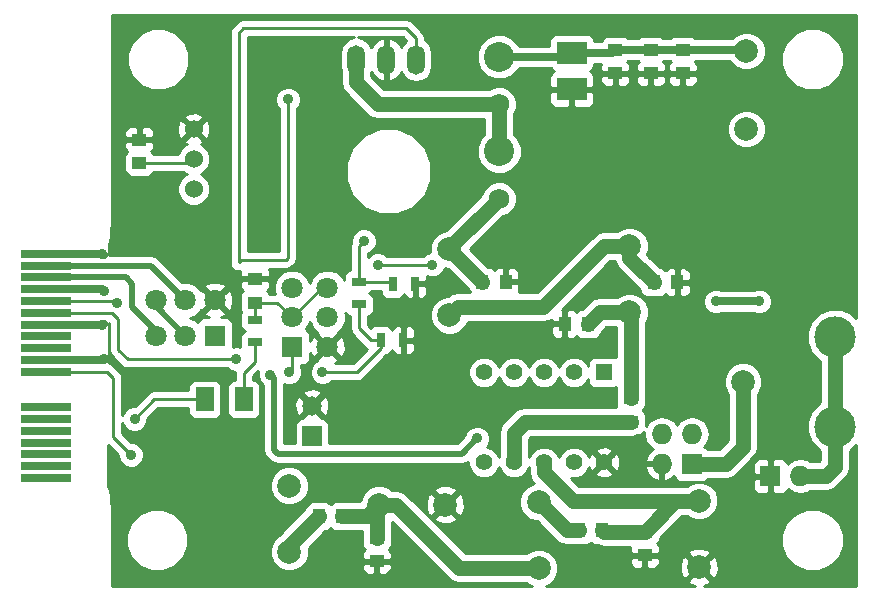
<source format=gbl>
%FSLAX46Y46*%
G04 Gerber Fmt 4.6, Leading zero omitted, Abs format (unit mm)*
G04 Created by KiCad (PCBNEW (2014-10-27 BZR 5228)-product) date 13/01/2015 10:49:15*
%MOMM*%
G01*
G04 APERTURE LIST*
%ADD10C,0.100000*%
%ADD11R,1.250000X1.000000*%
%ADD12R,1.000000X1.250000*%
%ADD13R,1.651000X1.651000*%
%ADD14C,1.651000*%
%ADD15R,2.499360X1.950720*%
%ADD16R,4.200000X0.700000*%
%ADD17R,1.524000X2.032000*%
%ADD18R,1.397000X1.397000*%
%ADD19C,1.397000*%
%ADD20C,1.998980*%
%ADD21C,3.500000*%
%ADD22C,2.000000*%
%ADD23R,1.727200X1.727200*%
%ADD24O,1.727200X1.727200*%
%ADD25R,1.300000X0.700000*%
%ADD26R,0.700000X1.300000*%
%ADD27R,1.800000X1.800000*%
%ADD28C,1.800000*%
%ADD29C,2.540000*%
%ADD30C,1.727200*%
%ADD31C,1.524000*%
%ADD32O,1.501140X2.499360*%
%ADD33C,0.889000*%
%ADD34C,0.635000*%
%ADD35C,0.254000*%
%ADD36C,0.508000*%
%ADD37C,1.270000*%
G04 APERTURE END LIST*
D10*
D11*
X142800000Y-60000000D03*
X142800000Y-58000000D03*
D12*
X148200000Y-78100000D03*
X150200000Y-78100000D03*
D11*
X153100000Y-79900000D03*
X153100000Y-81900000D03*
D12*
X170200000Y-79300000D03*
X172200000Y-79300000D03*
D11*
X175800000Y-79400000D03*
X175800000Y-81400000D03*
X133000000Y-46200000D03*
X133000000Y-48200000D03*
D13*
X147600000Y-71270000D03*
D14*
X147600000Y-68730000D03*
D12*
X164042600Y-58229500D03*
X162042600Y-58229500D03*
D11*
X176300000Y-40600000D03*
X176300000Y-38600000D03*
X179000000Y-40600000D03*
X179000000Y-38600000D03*
X173300000Y-40600000D03*
X173300000Y-38600000D03*
D15*
X169600000Y-41949400D03*
X169600000Y-38850600D03*
D12*
X178546000Y-58293000D03*
X176546000Y-58293000D03*
X169000000Y-61800000D03*
X171000000Y-61800000D03*
D16*
X125074560Y-55868200D03*
X125074560Y-56868200D03*
X125074560Y-57868200D03*
X125074560Y-58868200D03*
X125074560Y-59868200D03*
X125074560Y-60868200D03*
X125074560Y-61868200D03*
X125074560Y-62868200D03*
X125074560Y-63868200D03*
X125074560Y-64868200D03*
X125074560Y-65868200D03*
X125074560Y-68868200D03*
X125074560Y-69868200D03*
X125074560Y-70868200D03*
X125074560Y-71868200D03*
X125074560Y-72868200D03*
X125074560Y-73868200D03*
X125074560Y-74868200D03*
D17*
X138549000Y-68200000D03*
X141851000Y-68200000D03*
D18*
X172339000Y-65913000D03*
D19*
X169799000Y-65913000D03*
X167259000Y-65913000D03*
X164719000Y-65913000D03*
X162179000Y-65913000D03*
X162179000Y-73533000D03*
X164719000Y-73533000D03*
X167259000Y-73533000D03*
X169799000Y-73533000D03*
X172339000Y-73533000D03*
D20*
X145696000Y-75508000D03*
X145696000Y-81096000D03*
X153308000Y-77104000D03*
X158896000Y-77104000D03*
X166804000Y-82492000D03*
X166804000Y-76904000D03*
X180396000Y-76808000D03*
X180396000Y-82396000D03*
X159258000Y-55499000D03*
X159258000Y-61087000D03*
X174498000Y-55245000D03*
X174498000Y-60833000D03*
D21*
X191900000Y-70500000D03*
X191900000Y-62900000D03*
D22*
X184100000Y-66700000D03*
D23*
X186430000Y-74700000D03*
D24*
X188970000Y-74700000D03*
D25*
X142800000Y-61450000D03*
X142800000Y-63350000D03*
D26*
X155350000Y-63200000D03*
X153450000Y-63200000D03*
D25*
X151600000Y-58250000D03*
X151600000Y-60150000D03*
D26*
X156350000Y-58400000D03*
X154450000Y-58400000D03*
D23*
X179770000Y-73670000D03*
D24*
X179770000Y-71130000D03*
X177230000Y-73670000D03*
X177230000Y-71130000D03*
D27*
X139400000Y-62800000D03*
D28*
X136900000Y-62800000D03*
X139400000Y-59800000D03*
X134400000Y-62800000D03*
X134400000Y-59800000D03*
X136900000Y-59800000D03*
D27*
X145923000Y-63741300D03*
D28*
X145923000Y-61241300D03*
X148923000Y-63741300D03*
X145923000Y-58741300D03*
X148923000Y-58741300D03*
X148923000Y-61241300D03*
D29*
X163461700Y-39199300D03*
D30*
X163461700Y-43199300D03*
D29*
X163461700Y-47199300D03*
D30*
X163461700Y-51199300D03*
D31*
X137600000Y-47860000D03*
X137600000Y-45320000D03*
X137600000Y-50400000D03*
D32*
X153893520Y-39451280D03*
X156433520Y-39451280D03*
X151353520Y-39451280D03*
D11*
X174600000Y-70100000D03*
X174600000Y-68100000D03*
D20*
X184400000Y-45299460D03*
X184400000Y-38700540D03*
D33*
X137800000Y-54000000D03*
X176800000Y-65000000D03*
X183200000Y-52000000D03*
X129800000Y-55868200D03*
X129800000Y-61868200D03*
X130000000Y-64800000D03*
X159200000Y-65600000D03*
X160000000Y-70200000D03*
X131400000Y-55400000D03*
X130000000Y-59000000D03*
X133700000Y-71500000D03*
X185600000Y-57300000D03*
X185500000Y-59900000D03*
X181800000Y-59900000D03*
X152000000Y-54800000D03*
X145600000Y-42800000D03*
X132600000Y-69868200D03*
X131100000Y-60000000D03*
X141200000Y-64800000D03*
X161600000Y-71500000D03*
X144100000Y-66100000D03*
X148500000Y-65900000D03*
X145700000Y-65900000D03*
X157800000Y-56800000D03*
X153200000Y-56800000D03*
X132300000Y-72900000D03*
D34*
X125074560Y-61868200D02*
X129389240Y-61868200D01*
X129389240Y-61868200D02*
X129418080Y-61897040D01*
D35*
X129389240Y-61868200D02*
X129418080Y-61897040D01*
D34*
X129868200Y-55868200D02*
X130000000Y-56000000D01*
X129800000Y-55868200D02*
X129868200Y-55868200D01*
X125074560Y-55868200D02*
X129800000Y-55868200D01*
X129931800Y-61868200D02*
X130000000Y-61800000D01*
X129800000Y-61868200D02*
X129931800Y-61868200D01*
X129389240Y-61868200D02*
X129800000Y-61868200D01*
X129931800Y-64868200D02*
X130000000Y-64800000D01*
X125074560Y-64868200D02*
X129931800Y-64868200D01*
X129868200Y-58868200D02*
X130000000Y-59000000D01*
X125074560Y-58868200D02*
X129868200Y-58868200D01*
D35*
X134400000Y-59800000D02*
X134400000Y-60300000D01*
D36*
X134400000Y-60300000D02*
X136900000Y-62800000D01*
D35*
X142800000Y-60000000D02*
X142800000Y-61450000D01*
X142800000Y-60000000D02*
X144681700Y-60000000D01*
X144681700Y-60000000D02*
X145923000Y-61241300D01*
X148923000Y-58741300D02*
X148423000Y-58741300D01*
X148423000Y-58741300D02*
X145923000Y-61241300D01*
D37*
X145696000Y-80604000D02*
X148200000Y-78100000D01*
X145696000Y-81096000D02*
X145696000Y-80604000D01*
X152312000Y-78100000D02*
X153308000Y-77104000D01*
X150200000Y-78100000D02*
X152312000Y-78100000D01*
X153100000Y-77312000D02*
X153308000Y-77104000D01*
X153100000Y-79900000D02*
X153100000Y-77312000D01*
X154704000Y-77104000D02*
X160092000Y-82492000D01*
X160092000Y-82492000D02*
X166804000Y-82492000D01*
X153308000Y-77104000D02*
X154704000Y-77104000D01*
X169200000Y-79300000D02*
X166804000Y-76904000D01*
X170200000Y-79300000D02*
X169200000Y-79300000D01*
D35*
X167259000Y-73533000D02*
X167259000Y-73941000D01*
D37*
X178392000Y-76808000D02*
X175800000Y-79400000D01*
X180396000Y-76808000D02*
X178392000Y-76808000D01*
X172300000Y-79400000D02*
X172200000Y-79300000D01*
X175800000Y-79400000D02*
X172300000Y-79400000D01*
X169708000Y-76808000D02*
X167259000Y-74359000D01*
X167259000Y-74359000D02*
X167259000Y-73533000D01*
X180396000Y-76808000D02*
X169708000Y-76808000D01*
D35*
X133000000Y-48200000D02*
X137260000Y-48200000D01*
X137260000Y-48200000D02*
X137600000Y-47860000D01*
D34*
X181800000Y-59900000D02*
X185500000Y-59900000D01*
D35*
X151600000Y-58250000D02*
X154300000Y-58250000D01*
X154300000Y-58250000D02*
X154450000Y-58400000D01*
X152000000Y-54800000D02*
X151600000Y-55200000D01*
X151600000Y-55200000D02*
X151600000Y-58250000D01*
X156433520Y-39451280D02*
X156433520Y-37633520D01*
X145600000Y-56200000D02*
X145600000Y-42800000D01*
X145400000Y-56400000D02*
X145600000Y-56200000D01*
X141600000Y-56400000D02*
X145400000Y-56400000D01*
X141400000Y-56600000D02*
X141600000Y-56400000D01*
X141400000Y-37200000D02*
X141400000Y-56600000D01*
X141800000Y-36800000D02*
X141400000Y-37200000D01*
X155600000Y-36800000D02*
X141800000Y-36800000D01*
X156433520Y-37633520D02*
X155600000Y-36800000D01*
X159258000Y-55499000D02*
X159258000Y-55403000D01*
D37*
X159258000Y-55403000D02*
X163461700Y-51199300D01*
D35*
X162042600Y-58229500D02*
X161988500Y-58229500D01*
D37*
X161988500Y-58229500D02*
X159258000Y-55499000D01*
D34*
X179000000Y-38600000D02*
X184299460Y-38600000D01*
X184299460Y-38600000D02*
X184400000Y-38700540D01*
X176300000Y-38600000D02*
X179000000Y-38600000D01*
X173300000Y-38600000D02*
X176300000Y-38600000D01*
X169600000Y-38850600D02*
X173049400Y-38850600D01*
X173049400Y-38850600D02*
X173300000Y-38600000D01*
X163461700Y-39199300D02*
X169251300Y-39199300D01*
X169251300Y-39199300D02*
X169600000Y-38850600D01*
D37*
X167200000Y-60400000D02*
X159945000Y-60400000D01*
X174498000Y-55245000D02*
X172355000Y-55245000D01*
X172355000Y-55245000D02*
X167200000Y-60400000D01*
D35*
X159945000Y-60400000D02*
X159258000Y-61087000D01*
D37*
X174498000Y-55245000D02*
X174498000Y-56245000D01*
X174498000Y-56245000D02*
X176546000Y-58293000D01*
X174600000Y-68100000D02*
X174600000Y-60935000D01*
X174600000Y-60935000D02*
X174498000Y-60833000D01*
X174498000Y-60833000D02*
X171967000Y-60833000D01*
X171967000Y-60833000D02*
X171000000Y-61800000D01*
D35*
X174498000Y-60833000D02*
X174202600Y-60833000D01*
X134268200Y-68200000D02*
X132600000Y-69868200D01*
X138549000Y-68200000D02*
X134268200Y-68200000D01*
D36*
X125074560Y-56868200D02*
X130600000Y-56868200D01*
D35*
X130600000Y-56868200D02*
X130603900Y-56868200D01*
D36*
X133968200Y-56868200D02*
X136900000Y-59800000D01*
X130600000Y-56868200D02*
X133968200Y-56868200D01*
X134400000Y-62400000D02*
X134400000Y-62800000D01*
X131868200Y-57868200D02*
X132400000Y-58400000D01*
X132400000Y-58400000D02*
X132400000Y-60400000D01*
X132400000Y-60400000D02*
X134400000Y-62400000D01*
X125074560Y-57868200D02*
X131868200Y-57868200D01*
D35*
X130968200Y-59868200D02*
X125074560Y-59868200D01*
X131100000Y-60000000D02*
X130968200Y-59868200D01*
X130668200Y-60868200D02*
X131200000Y-61400000D01*
X131200000Y-61400000D02*
X131200000Y-64000000D01*
X131200000Y-64000000D02*
X132000000Y-64800000D01*
X132000000Y-64800000D02*
X141200000Y-64800000D01*
X125074560Y-60868200D02*
X130668200Y-60868200D01*
X142800000Y-63350000D02*
X142250000Y-63350000D01*
X141851000Y-65949000D02*
X142800000Y-65000000D01*
X142800000Y-65000000D02*
X142800000Y-63350000D01*
X141851000Y-68200000D02*
X141851000Y-65949000D01*
D36*
X144100000Y-66100000D02*
X144400000Y-66400000D01*
X144400000Y-66400000D02*
X144400000Y-72500000D01*
X144400000Y-72500000D02*
X144700000Y-72800000D01*
X144700000Y-72800000D02*
X160300000Y-72800000D01*
X160300000Y-72800000D02*
X161600000Y-71500000D01*
D37*
X191900000Y-62900000D02*
X191900000Y-70500000D01*
X191100000Y-74700000D02*
X191900000Y-73900000D01*
X191900000Y-73900000D02*
X191900000Y-70500000D01*
X188970000Y-74700000D02*
X191100000Y-74700000D01*
X182630000Y-73670000D02*
X184100000Y-72200000D01*
X184100000Y-72200000D02*
X184100000Y-66700000D01*
X179770000Y-73670000D02*
X182630000Y-73670000D01*
X163461700Y-43199300D02*
X163461700Y-47199300D01*
X153199300Y-43199300D02*
X163461700Y-43199300D01*
X151353520Y-39451280D02*
X151353520Y-41353520D01*
X151353520Y-41353520D02*
X153199300Y-43199300D01*
D35*
X153450000Y-63200000D02*
X152600000Y-63200000D01*
X152600000Y-63200000D02*
X151600000Y-62200000D01*
X151600000Y-62200000D02*
X151600000Y-60150000D01*
X151400000Y-65900000D02*
X148500000Y-65900000D01*
X145700000Y-65900000D02*
X145923000Y-65677000D01*
X145923000Y-65677000D02*
X145923000Y-63741300D01*
X153450000Y-63850000D02*
X151400000Y-65900000D01*
X153450000Y-63200000D02*
X153450000Y-63850000D01*
X157800000Y-56800000D02*
X153200000Y-56800000D01*
X132300000Y-72900000D02*
X130800000Y-71400000D01*
X130800000Y-71400000D02*
X130800000Y-66400000D01*
X130800000Y-66400000D02*
X130268200Y-65868200D01*
X130268200Y-65868200D02*
X125074560Y-65868200D01*
D37*
X164719000Y-73533000D02*
X164719000Y-71019000D01*
X165638000Y-70100000D02*
X174600000Y-70100000D01*
X164719000Y-71019000D02*
X165638000Y-70100000D01*
D35*
X164900000Y-73352000D02*
X164719000Y-73533000D01*
G36*
X193715000Y-84015000D02*
X192635707Y-84015000D01*
X192635707Y-79578116D01*
X192235359Y-78609201D01*
X191494698Y-77867246D01*
X190526483Y-77465208D01*
X189478116Y-77464293D01*
X188509201Y-77864641D01*
X187767246Y-78605302D01*
X187365208Y-79573517D01*
X187364293Y-80621884D01*
X187764641Y-81590799D01*
X188505302Y-82332754D01*
X189473517Y-82734792D01*
X190521884Y-82735707D01*
X191490799Y-82335359D01*
X192232754Y-81594698D01*
X192634792Y-80626483D01*
X192635707Y-79578116D01*
X192635707Y-84015000D01*
X186303000Y-84015000D01*
X186303000Y-76039850D01*
X186303000Y-74827000D01*
X186303000Y-74573000D01*
X186303000Y-73360150D01*
X186144250Y-73201400D01*
X185692709Y-73201400D01*
X185440090Y-73201400D01*
X185206701Y-73298073D01*
X185028073Y-73476702D01*
X184931400Y-73710091D01*
X184931400Y-74414250D01*
X185090150Y-74573000D01*
X186303000Y-74573000D01*
X186303000Y-74827000D01*
X185090150Y-74827000D01*
X184931400Y-74985750D01*
X184931400Y-75689909D01*
X185028073Y-75923298D01*
X185206701Y-76101927D01*
X185440090Y-76198600D01*
X185692709Y-76198600D01*
X186144250Y-76198600D01*
X186303000Y-76039850D01*
X186303000Y-84015000D01*
X182041401Y-84015000D01*
X182041401Y-82660418D01*
X182017341Y-82010623D01*
X181814965Y-81522042D01*
X181548163Y-81423443D01*
X181368557Y-81603048D01*
X181368557Y-81243837D01*
X181269958Y-80977035D01*
X180660418Y-80750599D01*
X180010623Y-80774659D01*
X179522042Y-80977035D01*
X179423443Y-81243837D01*
X180396000Y-82216395D01*
X181368557Y-81243837D01*
X181368557Y-81603048D01*
X180575605Y-82396000D01*
X181548163Y-83368557D01*
X181814965Y-83269958D01*
X182041401Y-82660418D01*
X182041401Y-84015000D01*
X180787028Y-84015000D01*
X181269958Y-83814965D01*
X181368557Y-83548163D01*
X180396000Y-82575605D01*
X180216395Y-82755210D01*
X180216395Y-82396000D01*
X179243837Y-81423443D01*
X178977035Y-81522042D01*
X178750599Y-82131582D01*
X178774659Y-82781377D01*
X178977035Y-83269958D01*
X179243837Y-83368557D01*
X180216395Y-82396000D01*
X180216395Y-82755210D01*
X179423443Y-83548163D01*
X179522042Y-83814965D01*
X180060513Y-84015000D01*
X177060000Y-84015000D01*
X177060000Y-82026309D01*
X177060000Y-81685750D01*
X176901250Y-81527000D01*
X175927000Y-81527000D01*
X175927000Y-82376250D01*
X176085750Y-82535000D01*
X176298691Y-82535000D01*
X176551310Y-82535000D01*
X176784699Y-82438327D01*
X176963327Y-82259698D01*
X177060000Y-82026309D01*
X177060000Y-84015000D01*
X175673000Y-84015000D01*
X175673000Y-82376250D01*
X175673000Y-81527000D01*
X174698750Y-81527000D01*
X174540000Y-81685750D01*
X174540000Y-82026309D01*
X174636673Y-82259698D01*
X174815301Y-82438327D01*
X175048690Y-82535000D01*
X175301309Y-82535000D01*
X175514250Y-82535000D01*
X175673000Y-82376250D01*
X175673000Y-84015000D01*
X167398207Y-84015000D01*
X167728655Y-83878462D01*
X168188846Y-83419073D01*
X168438206Y-82818547D01*
X168438774Y-82168306D01*
X168190462Y-81567345D01*
X167731073Y-81107154D01*
X167130547Y-80857794D01*
X166480306Y-80857226D01*
X165879345Y-81105538D01*
X165762679Y-81222000D01*
X160618051Y-81222000D01*
X160541401Y-81145349D01*
X160541401Y-77368418D01*
X160517341Y-76718623D01*
X160314965Y-76230042D01*
X160048163Y-76131443D01*
X159868557Y-76311048D01*
X159868557Y-75951837D01*
X159769958Y-75685035D01*
X159160418Y-75458599D01*
X158510623Y-75482659D01*
X158022042Y-75685035D01*
X157923443Y-75951837D01*
X158896000Y-76924395D01*
X159868557Y-75951837D01*
X159868557Y-76311048D01*
X159075605Y-77104000D01*
X160048163Y-78076557D01*
X160314965Y-77977958D01*
X160541401Y-77368418D01*
X160541401Y-81145349D01*
X159868557Y-80472505D01*
X159868557Y-78256163D01*
X158896000Y-77283605D01*
X158716395Y-77463210D01*
X158716395Y-77104000D01*
X157743837Y-76131443D01*
X157477035Y-76230042D01*
X157250599Y-76839582D01*
X157274659Y-77489377D01*
X157477035Y-77977958D01*
X157743837Y-78076557D01*
X158716395Y-77104000D01*
X158716395Y-77463210D01*
X157923443Y-78256163D01*
X158022042Y-78522965D01*
X158631582Y-78749401D01*
X159281377Y-78725341D01*
X159769958Y-78522965D01*
X159868557Y-78256163D01*
X159868557Y-80472505D01*
X155602026Y-76205974D01*
X155190008Y-75930673D01*
X154704000Y-75833999D01*
X154703994Y-75834000D01*
X154349718Y-75834000D01*
X154235073Y-75719154D01*
X153634547Y-75469794D01*
X152984306Y-75469226D01*
X152383345Y-75717538D01*
X151923154Y-76176927D01*
X151673794Y-76777453D01*
X151673748Y-76830000D01*
X150200000Y-76830000D01*
X150149726Y-76840000D01*
X149573691Y-76840000D01*
X149340302Y-76936673D01*
X149199999Y-77076974D01*
X149059699Y-76936673D01*
X148826310Y-76840000D01*
X148573691Y-76840000D01*
X148250277Y-76840000D01*
X148200000Y-76829999D01*
X148149722Y-76840000D01*
X147573691Y-76840000D01*
X147340302Y-76936673D01*
X147330774Y-76946200D01*
X147330774Y-75184306D01*
X147082462Y-74583345D01*
X146623073Y-74123154D01*
X146022547Y-73873794D01*
X145372306Y-73873226D01*
X144771345Y-74121538D01*
X144311154Y-74580927D01*
X144061794Y-75181453D01*
X144061226Y-75831694D01*
X144309538Y-76432655D01*
X144768927Y-76892846D01*
X145369453Y-77142206D01*
X146019694Y-77142774D01*
X146620655Y-76894462D01*
X147080846Y-76435073D01*
X147330206Y-75834547D01*
X147330774Y-75184306D01*
X147330774Y-76946200D01*
X147161673Y-77115301D01*
X147065000Y-77348690D01*
X147065000Y-77438948D01*
X144810650Y-79693297D01*
X144771345Y-79709538D01*
X144311154Y-80168927D01*
X144061794Y-80769453D01*
X144061226Y-81419694D01*
X144309538Y-82020655D01*
X144768927Y-82480846D01*
X145369453Y-82730206D01*
X146019694Y-82730774D01*
X146620655Y-82482462D01*
X147080846Y-82023073D01*
X147330206Y-81422547D01*
X147330774Y-80772306D01*
X147328719Y-80767332D01*
X148736051Y-79360000D01*
X148826309Y-79360000D01*
X149059698Y-79263327D01*
X149200000Y-79123025D01*
X149340301Y-79263327D01*
X149573690Y-79360000D01*
X149826309Y-79360000D01*
X150149726Y-79360000D01*
X150200000Y-79370000D01*
X151830000Y-79370000D01*
X151830000Y-79900000D01*
X151840000Y-79950273D01*
X151840000Y-80526309D01*
X151936673Y-80759698D01*
X152076974Y-80900000D01*
X151936673Y-81040302D01*
X151840000Y-81273691D01*
X151840000Y-81614250D01*
X151998750Y-81773000D01*
X152973000Y-81773000D01*
X152973000Y-81753000D01*
X153227000Y-81753000D01*
X153227000Y-81773000D01*
X154201250Y-81773000D01*
X154360000Y-81614250D01*
X154360000Y-81273691D01*
X154263327Y-81040302D01*
X154123025Y-80899999D01*
X154263327Y-80759699D01*
X154360000Y-80526310D01*
X154360000Y-80273691D01*
X154360000Y-79950273D01*
X154370000Y-79900000D01*
X154370000Y-78566051D01*
X159193971Y-83390022D01*
X159193974Y-83390026D01*
X159193975Y-83390026D01*
X159605992Y-83665327D01*
X160092000Y-83762001D01*
X160092000Y-83762000D01*
X160092005Y-83762000D01*
X165762281Y-83762000D01*
X165876927Y-83876846D01*
X166209639Y-84015000D01*
X154360000Y-84015000D01*
X154360000Y-82526309D01*
X154360000Y-82185750D01*
X154201250Y-82027000D01*
X153227000Y-82027000D01*
X153227000Y-82876250D01*
X153385750Y-83035000D01*
X153598691Y-83035000D01*
X153851310Y-83035000D01*
X154084699Y-82938327D01*
X154263327Y-82759698D01*
X154360000Y-82526309D01*
X154360000Y-84015000D01*
X152973000Y-84015000D01*
X152973000Y-82876250D01*
X152973000Y-82027000D01*
X151998750Y-82027000D01*
X151840000Y-82185750D01*
X151840000Y-82526309D01*
X151936673Y-82759698D01*
X152115301Y-82938327D01*
X152348690Y-83035000D01*
X152601309Y-83035000D01*
X152814250Y-83035000D01*
X152973000Y-82876250D01*
X152973000Y-84015000D01*
X137135707Y-84015000D01*
X137135707Y-79578116D01*
X136735359Y-78609201D01*
X135994698Y-77867246D01*
X135026483Y-77465208D01*
X133978116Y-77464293D01*
X133009201Y-77864641D01*
X132267246Y-78605302D01*
X131865208Y-79573517D01*
X131864293Y-80621884D01*
X132264641Y-81590799D01*
X133005302Y-82332754D01*
X133973517Y-82734792D01*
X135021884Y-82735707D01*
X135990799Y-82335359D01*
X136732754Y-81594698D01*
X137134792Y-80626483D01*
X137135707Y-79578116D01*
X137135707Y-84015000D01*
X130685000Y-84015000D01*
X130685000Y-77200000D01*
X130632857Y-76937862D01*
X130619560Y-76917961D01*
X130619560Y-76418200D01*
X130607166Y-76355895D01*
X130607167Y-76292367D01*
X130534853Y-75928818D01*
X130534852Y-75928817D01*
X130438544Y-75696309D01*
X130438543Y-75696308D01*
X130438543Y-75696307D01*
X130362509Y-75582515D01*
X130376880Y-72054510D01*
X131220500Y-72898131D01*
X131220313Y-73113784D01*
X131384311Y-73510689D01*
X131687714Y-73814622D01*
X132084332Y-73979313D01*
X132513784Y-73979687D01*
X132910689Y-73815689D01*
X133214622Y-73512286D01*
X133379313Y-73115668D01*
X133379687Y-72686216D01*
X133215689Y-72289311D01*
X132912286Y-71985378D01*
X132515668Y-71820687D01*
X132298128Y-71820497D01*
X131562000Y-71084369D01*
X131562000Y-70182874D01*
X131684311Y-70478889D01*
X131987714Y-70782822D01*
X132384332Y-70947513D01*
X132813784Y-70947887D01*
X133210689Y-70783889D01*
X133514622Y-70480486D01*
X133679313Y-70083868D01*
X133679502Y-69866327D01*
X134583830Y-68962000D01*
X137152000Y-68962000D01*
X137152000Y-69342309D01*
X137248673Y-69575698D01*
X137427301Y-69754327D01*
X137660690Y-69851000D01*
X137913309Y-69851000D01*
X139437309Y-69851000D01*
X139670698Y-69754327D01*
X139849327Y-69575699D01*
X139946000Y-69342310D01*
X139946000Y-69089691D01*
X139946000Y-67057691D01*
X139849327Y-66824302D01*
X139670699Y-66645673D01*
X139437310Y-66549000D01*
X139184691Y-66549000D01*
X137660691Y-66549000D01*
X137427302Y-66645673D01*
X137248673Y-66824301D01*
X137152000Y-67057690D01*
X137152000Y-67310309D01*
X137152000Y-67438000D01*
X134268200Y-67438000D01*
X133976595Y-67496004D01*
X133729385Y-67661185D01*
X132601869Y-68788700D01*
X132386216Y-68788513D01*
X131989311Y-68952511D01*
X131685378Y-69255914D01*
X131562000Y-69553039D01*
X131562000Y-66400000D01*
X131503996Y-66108396D01*
X131503996Y-66108395D01*
X131437834Y-66009376D01*
X131338816Y-65861185D01*
X130807015Y-65329385D01*
X130559805Y-65164204D01*
X130405072Y-65133425D01*
X130419071Y-61696701D01*
X130438000Y-61715630D01*
X130438000Y-64000000D01*
X130496004Y-64291605D01*
X130661185Y-64538815D01*
X131461185Y-65338815D01*
X131708395Y-65503996D01*
X131708396Y-65503996D01*
X132000000Y-65562000D01*
X140435358Y-65562000D01*
X140587714Y-65714622D01*
X140984332Y-65879313D01*
X141102841Y-65879416D01*
X141089000Y-65949000D01*
X141089000Y-66549000D01*
X140962691Y-66549000D01*
X140729302Y-66645673D01*
X140550673Y-66824301D01*
X140454000Y-67057690D01*
X140454000Y-67310309D01*
X140454000Y-69342309D01*
X140550673Y-69575698D01*
X140729301Y-69754327D01*
X140962690Y-69851000D01*
X141215309Y-69851000D01*
X142739309Y-69851000D01*
X142972698Y-69754327D01*
X143151327Y-69575699D01*
X143248000Y-69342310D01*
X143248000Y-69089691D01*
X143248000Y-67057691D01*
X143151327Y-66824302D01*
X142972699Y-66645673D01*
X142739310Y-66549000D01*
X142613000Y-66549000D01*
X142613000Y-66264630D01*
X143040135Y-65837495D01*
X143020687Y-65884332D01*
X143020313Y-66313784D01*
X143184311Y-66710689D01*
X143487714Y-67014622D01*
X143511000Y-67024291D01*
X143511000Y-72500000D01*
X143578671Y-72840206D01*
X143771382Y-73128618D01*
X144071382Y-73428618D01*
X144359794Y-73621329D01*
X144359795Y-73621329D01*
X144700000Y-73689000D01*
X160300000Y-73689000D01*
X160640205Y-73621329D01*
X160640206Y-73621329D01*
X160845542Y-73484127D01*
X160845269Y-73797086D01*
X161047854Y-74287380D01*
X161422647Y-74662827D01*
X161912587Y-74866268D01*
X162443086Y-74866731D01*
X162933380Y-74664146D01*
X163308827Y-74289353D01*
X163449093Y-73951553D01*
X163587854Y-74287380D01*
X163962647Y-74662827D01*
X164452587Y-74866268D01*
X164983086Y-74866731D01*
X165473380Y-74664146D01*
X165848827Y-74289353D01*
X165989000Y-73951779D01*
X165989000Y-74358994D01*
X165988999Y-74359000D01*
X166085673Y-74845008D01*
X166360974Y-75257026D01*
X166404497Y-75300549D01*
X165879345Y-75517538D01*
X165419154Y-75976927D01*
X165169794Y-76577453D01*
X165169226Y-77227694D01*
X165417538Y-77828655D01*
X165876927Y-78288846D01*
X166477453Y-78538206D01*
X166642298Y-78538349D01*
X168301971Y-80198022D01*
X168301974Y-80198026D01*
X168301975Y-80198026D01*
X168713992Y-80473327D01*
X169200000Y-80570001D01*
X169200000Y-80570000D01*
X169200005Y-80570000D01*
X170200000Y-80570000D01*
X170250273Y-80560000D01*
X170826309Y-80560000D01*
X171059698Y-80463327D01*
X171200000Y-80323025D01*
X171340301Y-80463327D01*
X171573690Y-80560000D01*
X171794046Y-80560000D01*
X171813992Y-80573327D01*
X172300000Y-80670000D01*
X174582950Y-80670000D01*
X174540000Y-80773691D01*
X174540000Y-81114250D01*
X174698750Y-81273000D01*
X175673000Y-81273000D01*
X175673000Y-81253000D01*
X175927000Y-81253000D01*
X175927000Y-81273000D01*
X176901250Y-81273000D01*
X177060000Y-81114250D01*
X177060000Y-80773691D01*
X176963327Y-80540302D01*
X176823025Y-80399999D01*
X176963327Y-80259699D01*
X177060000Y-80026310D01*
X177060000Y-79936051D01*
X178918051Y-78078000D01*
X179354281Y-78078000D01*
X179468927Y-78192846D01*
X180069453Y-78442206D01*
X180719694Y-78442774D01*
X181320655Y-78194462D01*
X181780846Y-77735073D01*
X182030206Y-77134547D01*
X182030774Y-76484306D01*
X181782462Y-75883345D01*
X181323073Y-75423154D01*
X180722547Y-75173794D01*
X180072306Y-75173226D01*
X179471345Y-75421538D01*
X179354679Y-75538000D01*
X178392005Y-75538000D01*
X178392000Y-75537999D01*
X178391994Y-75538000D01*
X177103000Y-75538000D01*
X177103000Y-75004469D01*
X177103000Y-73797000D01*
X175896183Y-73797000D01*
X175775042Y-74029026D01*
X175947312Y-74444947D01*
X176341510Y-74876821D01*
X176870973Y-75124968D01*
X177103000Y-75004469D01*
X177103000Y-75538000D01*
X173684927Y-75538000D01*
X173684927Y-73725520D01*
X173656148Y-73195801D01*
X173508800Y-72840071D01*
X173273188Y-72778417D01*
X173093583Y-72958022D01*
X173093583Y-72598812D01*
X173031929Y-72363200D01*
X172531520Y-72187073D01*
X172001801Y-72215852D01*
X171646071Y-72363200D01*
X171584417Y-72598812D01*
X172339000Y-73353395D01*
X173093583Y-72598812D01*
X173093583Y-72958022D01*
X172518605Y-73533000D01*
X173273188Y-74287583D01*
X173508800Y-74225929D01*
X173684927Y-73725520D01*
X173684927Y-75538000D01*
X173093583Y-75538000D01*
X173093583Y-74467188D01*
X172339000Y-73712605D01*
X171584417Y-74467188D01*
X171646071Y-74702800D01*
X172146480Y-74878927D01*
X172676199Y-74850148D01*
X173031929Y-74702800D01*
X173093583Y-74467188D01*
X173093583Y-75538000D01*
X170234052Y-75538000D01*
X169562345Y-74866293D01*
X170063086Y-74866731D01*
X170553380Y-74664146D01*
X170928827Y-74289353D01*
X171062313Y-73967881D01*
X171169200Y-74225929D01*
X171404812Y-74287583D01*
X172159395Y-73533000D01*
X171404812Y-72778417D01*
X171169200Y-72840071D01*
X171070916Y-73119311D01*
X170930146Y-72778620D01*
X170555353Y-72403173D01*
X170065413Y-72199732D01*
X169534914Y-72199269D01*
X169044620Y-72401854D01*
X168669173Y-72776647D01*
X168528906Y-73114446D01*
X168390146Y-72778620D01*
X168015353Y-72403173D01*
X167525413Y-72199732D01*
X166994914Y-72199269D01*
X166504620Y-72401854D01*
X166129173Y-72776647D01*
X165989000Y-73114220D01*
X165989000Y-71545051D01*
X166164051Y-71370000D01*
X174600000Y-71370000D01*
X175086008Y-71273327D01*
X175143368Y-71235000D01*
X175351309Y-71235000D01*
X175584698Y-71138327D01*
X175729109Y-70993916D01*
X175702041Y-71130000D01*
X175816115Y-71703489D01*
X176140971Y-72189670D01*
X176464228Y-72405663D01*
X176341510Y-72463179D01*
X175947312Y-72895053D01*
X175775042Y-73310974D01*
X175896183Y-73543000D01*
X177103000Y-73543000D01*
X177103000Y-73523000D01*
X177357000Y-73523000D01*
X177357000Y-73543000D01*
X177377000Y-73543000D01*
X177377000Y-73797000D01*
X177357000Y-73797000D01*
X177357000Y-75004469D01*
X177589027Y-75124968D01*
X178118490Y-74876821D01*
X178285471Y-74693880D01*
X178368073Y-74893298D01*
X178546701Y-75071927D01*
X178780090Y-75168600D01*
X179032709Y-75168600D01*
X180759909Y-75168600D01*
X180993298Y-75071927D01*
X181125225Y-74940000D01*
X182629994Y-74940000D01*
X182630000Y-74940001D01*
X182630000Y-74940000D01*
X183116008Y-74843327D01*
X183528026Y-74568026D01*
X184998026Y-73098026D01*
X185273327Y-72686008D01*
X185370000Y-72200000D01*
X185370001Y-72200000D01*
X185370000Y-72199994D01*
X185370000Y-67742439D01*
X185485278Y-67627363D01*
X185734716Y-67026648D01*
X185735284Y-66376205D01*
X185486894Y-65775057D01*
X185027363Y-65314722D01*
X184426648Y-65065284D01*
X183776205Y-65064716D01*
X183175057Y-65313106D01*
X182714722Y-65772637D01*
X182465284Y-66373352D01*
X182464716Y-67023795D01*
X182713106Y-67624943D01*
X182830000Y-67742041D01*
X182830000Y-71673948D01*
X182103948Y-72400000D01*
X181125225Y-72400000D01*
X180993299Y-72268073D01*
X180837977Y-72203736D01*
X180859029Y-72189670D01*
X181183885Y-71703489D01*
X181297959Y-71130000D01*
X181183885Y-70556511D01*
X180859029Y-70070330D01*
X180372848Y-69745474D01*
X180260000Y-69723027D01*
X180260000Y-41226309D01*
X180260000Y-40885750D01*
X180101250Y-40727000D01*
X179127000Y-40727000D01*
X179127000Y-41576250D01*
X179285750Y-41735000D01*
X179498691Y-41735000D01*
X179751310Y-41735000D01*
X179984699Y-41638327D01*
X180163327Y-41459698D01*
X180260000Y-41226309D01*
X180260000Y-69723027D01*
X179799359Y-69631400D01*
X179740641Y-69631400D01*
X179681000Y-69643263D01*
X179681000Y-59044310D01*
X179681000Y-58791691D01*
X179681000Y-58578750D01*
X179681000Y-58007250D01*
X179681000Y-57794309D01*
X179681000Y-57541690D01*
X179584327Y-57308301D01*
X179405698Y-57129673D01*
X179172309Y-57033000D01*
X178873000Y-57033000D01*
X178873000Y-41576250D01*
X178873000Y-40727000D01*
X177898750Y-40727000D01*
X177740000Y-40885750D01*
X177740000Y-41226309D01*
X177836673Y-41459698D01*
X178015301Y-41638327D01*
X178248690Y-41735000D01*
X178501309Y-41735000D01*
X178714250Y-41735000D01*
X178873000Y-41576250D01*
X178873000Y-57033000D01*
X178831750Y-57033000D01*
X178673000Y-57191750D01*
X178673000Y-58166000D01*
X179522250Y-58166000D01*
X179681000Y-58007250D01*
X179681000Y-58578750D01*
X179522250Y-58420000D01*
X178673000Y-58420000D01*
X178673000Y-59394250D01*
X178831750Y-59553000D01*
X179172309Y-59553000D01*
X179405698Y-59456327D01*
X179584327Y-59277699D01*
X179681000Y-59044310D01*
X179681000Y-69643263D01*
X179167152Y-69745474D01*
X178680971Y-70070330D01*
X178500000Y-70341172D01*
X178319029Y-70070330D01*
X177832848Y-69745474D01*
X177259359Y-69631400D01*
X177200641Y-69631400D01*
X176627152Y-69745474D01*
X176140971Y-70070330D01*
X175860000Y-70490832D01*
X175860000Y-70473691D01*
X175860000Y-70150273D01*
X175870000Y-70100000D01*
X175860000Y-70049726D01*
X175860000Y-69473691D01*
X175763327Y-69240302D01*
X175623025Y-69099999D01*
X175763327Y-68959699D01*
X175860000Y-68726310D01*
X175860000Y-68473691D01*
X175860000Y-68150273D01*
X175870000Y-68100000D01*
X175870000Y-61772896D01*
X175882846Y-61760073D01*
X176132206Y-61159547D01*
X176132774Y-60509306D01*
X175884462Y-59908345D01*
X175425073Y-59448154D01*
X174824547Y-59198794D01*
X174174306Y-59198226D01*
X173573345Y-59446538D01*
X173456679Y-59563000D01*
X171967005Y-59563000D01*
X171967000Y-59562999D01*
X171480992Y-59659673D01*
X171068974Y-59934974D01*
X171068971Y-59934977D01*
X170463948Y-60540000D01*
X170373691Y-60540000D01*
X170140302Y-60636673D01*
X170000000Y-60776974D01*
X169859698Y-60636673D01*
X169626309Y-60540000D01*
X169285750Y-60540000D01*
X169127000Y-60698750D01*
X169127000Y-61673000D01*
X169147000Y-61673000D01*
X169147000Y-61927000D01*
X169127000Y-61927000D01*
X169127000Y-62901250D01*
X169285750Y-63060000D01*
X169626309Y-63060000D01*
X169859698Y-62963327D01*
X170000000Y-62823025D01*
X170140301Y-62963327D01*
X170373690Y-63060000D01*
X170626309Y-63060000D01*
X170949722Y-63060000D01*
X171000000Y-63070001D01*
X171050277Y-63060000D01*
X171626309Y-63060000D01*
X171859698Y-62963327D01*
X172038327Y-62784699D01*
X172135000Y-62551310D01*
X172135000Y-62461051D01*
X172493051Y-62103000D01*
X173330000Y-62103000D01*
X173330000Y-64648338D01*
X173163810Y-64579500D01*
X172911191Y-64579500D01*
X171514191Y-64579500D01*
X171280802Y-64676173D01*
X171102173Y-64854801D01*
X171005500Y-65088190D01*
X171005500Y-65340809D01*
X171005500Y-65340990D01*
X170930146Y-65158620D01*
X170555353Y-64783173D01*
X170065413Y-64579732D01*
X169534914Y-64579269D01*
X169044620Y-64781854D01*
X168873000Y-64953175D01*
X168873000Y-62901250D01*
X168873000Y-61927000D01*
X168023750Y-61927000D01*
X167865000Y-62085750D01*
X167865000Y-62298691D01*
X167865000Y-62551310D01*
X167961673Y-62784699D01*
X168140302Y-62963327D01*
X168373691Y-63060000D01*
X168714250Y-63060000D01*
X168873000Y-62901250D01*
X168873000Y-64953175D01*
X168669173Y-65156647D01*
X168528906Y-65494446D01*
X168390146Y-65158620D01*
X168015353Y-64783173D01*
X167525413Y-64579732D01*
X166994914Y-64579269D01*
X166504620Y-64781854D01*
X166129173Y-65156647D01*
X165988906Y-65494446D01*
X165850146Y-65158620D01*
X165475353Y-64783173D01*
X164985413Y-64579732D01*
X164454914Y-64579269D01*
X163964620Y-64781854D01*
X163589173Y-65156647D01*
X163448906Y-65494446D01*
X163310146Y-65158620D01*
X162935353Y-64783173D01*
X162445413Y-64579732D01*
X161914914Y-64579269D01*
X161424620Y-64781854D01*
X161049173Y-65156647D01*
X160845732Y-65646587D01*
X160845269Y-66177086D01*
X161047854Y-66667380D01*
X161422647Y-67042827D01*
X161912587Y-67246268D01*
X162443086Y-67246731D01*
X162933380Y-67044146D01*
X163308827Y-66669353D01*
X163449093Y-66331553D01*
X163587854Y-66667380D01*
X163962647Y-67042827D01*
X164452587Y-67246268D01*
X164983086Y-67246731D01*
X165473380Y-67044146D01*
X165848827Y-66669353D01*
X165989093Y-66331553D01*
X166127854Y-66667380D01*
X166502647Y-67042827D01*
X166992587Y-67246268D01*
X167523086Y-67246731D01*
X168013380Y-67044146D01*
X168388827Y-66669353D01*
X168529093Y-66331553D01*
X168667854Y-66667380D01*
X169042647Y-67042827D01*
X169532587Y-67246268D01*
X170063086Y-67246731D01*
X170553380Y-67044146D01*
X170928827Y-66669353D01*
X171005500Y-66484704D01*
X171005500Y-66737809D01*
X171102173Y-66971198D01*
X171280801Y-67149827D01*
X171514190Y-67246500D01*
X171766809Y-67246500D01*
X173163809Y-67246500D01*
X173330000Y-67177661D01*
X173330000Y-68100000D01*
X173340000Y-68150273D01*
X173340000Y-68726309D01*
X173382950Y-68830000D01*
X165638000Y-68830000D01*
X165151992Y-68926673D01*
X164739974Y-69201974D01*
X164739971Y-69201977D01*
X163820974Y-70120974D01*
X163545673Y-70532992D01*
X163448999Y-71019000D01*
X163449000Y-71019005D01*
X163449000Y-73114220D01*
X163448906Y-73114446D01*
X163310146Y-72778620D01*
X162935353Y-72403173D01*
X162445413Y-72199732D01*
X162427039Y-72199715D01*
X162514622Y-72112286D01*
X162679313Y-71715668D01*
X162679687Y-71286216D01*
X162515689Y-70889311D01*
X162212286Y-70585378D01*
X161815668Y-70420687D01*
X161386216Y-70420313D01*
X160989311Y-70584311D01*
X160685378Y-70887714D01*
X160520687Y-71284332D01*
X160520654Y-71322109D01*
X159931764Y-71911000D01*
X157335000Y-71911000D01*
X157335000Y-59176310D01*
X157335000Y-58923691D01*
X157335000Y-58685750D01*
X157176250Y-58527000D01*
X156477000Y-58527000D01*
X156477000Y-59526250D01*
X156635750Y-59685000D01*
X156826309Y-59685000D01*
X157059698Y-59588327D01*
X157238327Y-59409699D01*
X157335000Y-59176310D01*
X157335000Y-71911000D01*
X156335000Y-71911000D01*
X156335000Y-63976310D01*
X156335000Y-63723691D01*
X156335000Y-63485750D01*
X156335000Y-62914250D01*
X156335000Y-62676309D01*
X156335000Y-62423690D01*
X156238327Y-62190301D01*
X156059698Y-62011673D01*
X155826309Y-61915000D01*
X155635750Y-61915000D01*
X155477000Y-62073750D01*
X155477000Y-63073000D01*
X156176250Y-63073000D01*
X156335000Y-62914250D01*
X156335000Y-63485750D01*
X156176250Y-63327000D01*
X155477000Y-63327000D01*
X155477000Y-64326250D01*
X155635750Y-64485000D01*
X155826309Y-64485000D01*
X156059698Y-64388327D01*
X156238327Y-64209699D01*
X156335000Y-63976310D01*
X156335000Y-71911000D01*
X149072340Y-71911000D01*
X149072340Y-68952869D01*
X149045553Y-68372465D01*
X148874976Y-67960656D01*
X148626215Y-67883390D01*
X148446610Y-68062995D01*
X148446610Y-67703785D01*
X148369344Y-67455024D01*
X147822869Y-67257660D01*
X147242465Y-67284447D01*
X146830656Y-67455024D01*
X146753390Y-67703785D01*
X147600000Y-68550395D01*
X148446610Y-67703785D01*
X148446610Y-68062995D01*
X147779605Y-68730000D01*
X148626215Y-69576610D01*
X148874976Y-69499344D01*
X149072340Y-68952869D01*
X149072340Y-71911000D01*
X149060500Y-71911000D01*
X149060500Y-70318191D01*
X148963827Y-70084802D01*
X148785199Y-69906173D01*
X148551810Y-69809500D01*
X148430059Y-69809500D01*
X148446610Y-69756215D01*
X147600000Y-68909605D01*
X147420395Y-69089210D01*
X147420395Y-68730000D01*
X146573785Y-67883390D01*
X146325024Y-67960656D01*
X146127660Y-68507131D01*
X146154447Y-69087535D01*
X146325024Y-69499344D01*
X146573785Y-69576610D01*
X147420395Y-68730000D01*
X147420395Y-69089210D01*
X146753390Y-69756215D01*
X146769940Y-69809500D01*
X146648191Y-69809500D01*
X146414802Y-69906173D01*
X146236173Y-70084801D01*
X146139500Y-70318190D01*
X146139500Y-70570809D01*
X146139500Y-71911000D01*
X145289000Y-71911000D01*
X145289000Y-66898203D01*
X145484332Y-66979313D01*
X145913784Y-66979687D01*
X146310689Y-66815689D01*
X146614622Y-66512286D01*
X146779313Y-66115668D01*
X146779687Y-65686216D01*
X146685000Y-65457056D01*
X146685000Y-65276300D01*
X146949309Y-65276300D01*
X147182698Y-65179627D01*
X147361327Y-65000999D01*
X147458000Y-64767610D01*
X147458000Y-64514991D01*
X147458000Y-64245567D01*
X147586357Y-64555448D01*
X147842841Y-64641854D01*
X148743395Y-63741300D01*
X147842841Y-62840746D01*
X147586357Y-62927152D01*
X147458000Y-63277988D01*
X147458000Y-62714991D01*
X147361327Y-62481602D01*
X147182699Y-62302973D01*
X147076325Y-62258911D01*
X147223551Y-62111943D01*
X147423202Y-61631128D01*
X147620932Y-62109671D01*
X148052357Y-62541851D01*
X148061372Y-62545594D01*
X148022446Y-62661141D01*
X148923000Y-63561695D01*
X149823554Y-62661141D01*
X149784793Y-62546085D01*
X149791371Y-62543368D01*
X150223551Y-62111943D01*
X150457733Y-61547970D01*
X150458265Y-60937309D01*
X150436423Y-60884448D01*
X150590301Y-61038327D01*
X150823690Y-61135000D01*
X150838000Y-61135000D01*
X150838000Y-62200000D01*
X150896004Y-62491605D01*
X151061185Y-62738815D01*
X152061185Y-63738816D01*
X152308395Y-63903996D01*
X152308396Y-63903997D01*
X152316717Y-63905652D01*
X151084369Y-65138000D01*
X150469458Y-65138000D01*
X150469458Y-63981964D01*
X150443839Y-63371840D01*
X150259643Y-62927152D01*
X150003159Y-62840746D01*
X149102605Y-63741300D01*
X150003159Y-64641854D01*
X150259643Y-64555448D01*
X150469458Y-63981964D01*
X150469458Y-65138000D01*
X149592157Y-65138000D01*
X149737148Y-65077943D01*
X149823554Y-64821459D01*
X148923000Y-63920905D01*
X148022446Y-64821459D01*
X148054337Y-64916123D01*
X147889311Y-64984311D01*
X147585378Y-65287714D01*
X147420687Y-65684332D01*
X147420313Y-66113784D01*
X147584311Y-66510689D01*
X147887714Y-66814622D01*
X148284332Y-66979313D01*
X148713784Y-66979687D01*
X149110689Y-66815689D01*
X149264646Y-66662000D01*
X151400000Y-66662000D01*
X151400000Y-66661999D01*
X151691604Y-66603996D01*
X151691605Y-66603996D01*
X151938815Y-66438815D01*
X153892630Y-64485000D01*
X153926309Y-64485000D01*
X154159698Y-64388327D01*
X154338327Y-64209699D01*
X154400000Y-64060807D01*
X154461673Y-64209699D01*
X154640302Y-64388327D01*
X154873691Y-64485000D01*
X155064250Y-64485000D01*
X155223000Y-64326250D01*
X155223000Y-63327000D01*
X155203000Y-63327000D01*
X155203000Y-63073000D01*
X155223000Y-63073000D01*
X155223000Y-62073750D01*
X155064250Y-61915000D01*
X154873691Y-61915000D01*
X154640302Y-62011673D01*
X154461673Y-62190301D01*
X154399999Y-62339193D01*
X154338327Y-62190302D01*
X154159699Y-62011673D01*
X153926310Y-61915000D01*
X153673691Y-61915000D01*
X152973691Y-61915000D01*
X152740302Y-62011673D01*
X152614802Y-62137171D01*
X152362000Y-61884369D01*
X152362000Y-61135000D01*
X152376309Y-61135000D01*
X152609698Y-61038327D01*
X152788327Y-60859699D01*
X152885000Y-60626310D01*
X152885000Y-60373691D01*
X152885000Y-59673691D01*
X152788327Y-59440302D01*
X152609699Y-59261673D01*
X152460806Y-59199999D01*
X152609698Y-59138327D01*
X152736025Y-59012000D01*
X153465000Y-59012000D01*
X153465000Y-59176309D01*
X153561673Y-59409698D01*
X153740301Y-59588327D01*
X153973690Y-59685000D01*
X154226309Y-59685000D01*
X154926309Y-59685000D01*
X155159698Y-59588327D01*
X155338327Y-59409699D01*
X155400000Y-59260807D01*
X155461673Y-59409699D01*
X155640302Y-59588327D01*
X155873691Y-59685000D01*
X156064250Y-59685000D01*
X156223000Y-59526250D01*
X156223000Y-58527000D01*
X156203000Y-58527000D01*
X156203000Y-58273000D01*
X156223000Y-58273000D01*
X156223000Y-58253000D01*
X156477000Y-58253000D01*
X156477000Y-58273000D01*
X157176250Y-58273000D01*
X157335000Y-58114250D01*
X157335000Y-57876309D01*
X157335000Y-57775780D01*
X157584332Y-57879313D01*
X158013784Y-57879687D01*
X158410689Y-57715689D01*
X158714622Y-57412286D01*
X158845352Y-57097453D01*
X158931453Y-57133206D01*
X159096297Y-57133349D01*
X160907600Y-58944652D01*
X160907600Y-58980809D01*
X160969397Y-59130000D01*
X159945000Y-59130000D01*
X159458992Y-59226673D01*
X159121183Y-59452389D01*
X158934306Y-59452226D01*
X158333345Y-59700538D01*
X157873154Y-60159927D01*
X157623794Y-60760453D01*
X157623226Y-61410694D01*
X157871538Y-62011655D01*
X158330927Y-62471846D01*
X158931453Y-62721206D01*
X159581694Y-62721774D01*
X160182655Y-62473462D01*
X160642846Y-62014073D01*
X160785717Y-61670000D01*
X167199994Y-61670000D01*
X167200000Y-61670001D01*
X167200000Y-61670000D01*
X167686008Y-61573327D01*
X167865000Y-61453728D01*
X167865000Y-61514250D01*
X168023750Y-61673000D01*
X168873000Y-61673000D01*
X168873000Y-60698750D01*
X168785151Y-60610901D01*
X172881052Y-56515000D01*
X173281705Y-56515000D01*
X173281706Y-56515000D01*
X173324673Y-56731008D01*
X173599974Y-57143026D01*
X175411000Y-58954051D01*
X175411000Y-59044309D01*
X175507673Y-59277698D01*
X175686301Y-59456327D01*
X175919690Y-59553000D01*
X176172309Y-59553000D01*
X176495726Y-59553000D01*
X176546000Y-59563000D01*
X176596273Y-59553000D01*
X177172309Y-59553000D01*
X177405698Y-59456327D01*
X177546000Y-59316025D01*
X177686302Y-59456327D01*
X177919691Y-59553000D01*
X178260250Y-59553000D01*
X178419000Y-59394250D01*
X178419000Y-58420000D01*
X178399000Y-58420000D01*
X178399000Y-58166000D01*
X178419000Y-58166000D01*
X178419000Y-57191750D01*
X178260250Y-57033000D01*
X177919691Y-57033000D01*
X177686302Y-57129673D01*
X177560000Y-57255973D01*
X177560000Y-41226309D01*
X177560000Y-40885750D01*
X177401250Y-40727000D01*
X176427000Y-40727000D01*
X176427000Y-41576250D01*
X176585750Y-41735000D01*
X176798691Y-41735000D01*
X177051310Y-41735000D01*
X177284699Y-41638327D01*
X177463327Y-41459698D01*
X177560000Y-41226309D01*
X177560000Y-57255973D01*
X177545999Y-57269974D01*
X177405699Y-57129673D01*
X177172310Y-57033000D01*
X177082051Y-57033000D01*
X176173000Y-56123948D01*
X176173000Y-41576250D01*
X176173000Y-40727000D01*
X175198750Y-40727000D01*
X175040000Y-40885750D01*
X175040000Y-41226309D01*
X175136673Y-41459698D01*
X175315301Y-41638327D01*
X175548690Y-41735000D01*
X175801309Y-41735000D01*
X176014250Y-41735000D01*
X176173000Y-41576250D01*
X176173000Y-56123948D01*
X175982098Y-55933046D01*
X176132206Y-55571547D01*
X176132774Y-54921306D01*
X175884462Y-54320345D01*
X175425073Y-53860154D01*
X174824547Y-53610794D01*
X174560000Y-53610562D01*
X174560000Y-41226309D01*
X174560000Y-40885750D01*
X174401250Y-40727000D01*
X173427000Y-40727000D01*
X173427000Y-41576250D01*
X173585750Y-41735000D01*
X173798691Y-41735000D01*
X174051310Y-41735000D01*
X174284699Y-41638327D01*
X174463327Y-41459698D01*
X174560000Y-41226309D01*
X174560000Y-53610562D01*
X174174306Y-53610226D01*
X173573345Y-53858538D01*
X173456679Y-53975000D01*
X173173000Y-53975000D01*
X173173000Y-41576250D01*
X173173000Y-40727000D01*
X172198750Y-40727000D01*
X172040000Y-40885750D01*
X172040000Y-41226309D01*
X172136673Y-41459698D01*
X172315301Y-41638327D01*
X172548690Y-41735000D01*
X172801309Y-41735000D01*
X173014250Y-41735000D01*
X173173000Y-41576250D01*
X173173000Y-53975000D01*
X172355005Y-53975000D01*
X172355000Y-53974999D01*
X171868992Y-54071673D01*
X171484680Y-54328461D01*
X171484680Y-43051069D01*
X171484680Y-42235150D01*
X171325930Y-42076400D01*
X169727000Y-42076400D01*
X169727000Y-43401010D01*
X169885750Y-43559760D01*
X170723371Y-43559760D01*
X170975990Y-43559760D01*
X171209379Y-43463087D01*
X171388007Y-43284458D01*
X171484680Y-43051069D01*
X171484680Y-54328461D01*
X171456974Y-54346974D01*
X169473000Y-56330948D01*
X169473000Y-43401010D01*
X169473000Y-42076400D01*
X167874070Y-42076400D01*
X167715320Y-42235150D01*
X167715320Y-43051069D01*
X167811993Y-43284458D01*
X167990621Y-43463087D01*
X168224010Y-43559760D01*
X168476629Y-43559760D01*
X169314250Y-43559760D01*
X169473000Y-43401010D01*
X169473000Y-56330948D01*
X166673948Y-59130000D01*
X165367030Y-59130000D01*
X165367030Y-46822035D01*
X165077622Y-46121614D01*
X164731700Y-45775087D01*
X164731700Y-44048598D01*
X164960039Y-43498698D01*
X164960559Y-42902518D01*
X164732892Y-42351520D01*
X164311697Y-41929590D01*
X163761098Y-41700961D01*
X163164918Y-41700441D01*
X162613920Y-41928108D01*
X162612725Y-41929300D01*
X153725352Y-41929300D01*
X152623520Y-40827468D01*
X152623520Y-40532663D01*
X152633620Y-40517548D01*
X152635469Y-40508247D01*
X152662021Y-40597957D01*
X153003576Y-41019938D01*
X153480617Y-41279090D01*
X153552245Y-41293273D01*
X153766520Y-41170619D01*
X153766520Y-39578280D01*
X153746520Y-39578280D01*
X153746520Y-39324280D01*
X153766520Y-39324280D01*
X153766520Y-37731941D01*
X153552245Y-37609287D01*
X153480617Y-37623470D01*
X153003576Y-37882622D01*
X152662021Y-38304603D01*
X152635469Y-38394312D01*
X152633620Y-38385012D01*
X152333266Y-37935501D01*
X151883755Y-37635147D01*
X151516019Y-37562000D01*
X155284369Y-37562000D01*
X155576120Y-37853751D01*
X155453774Y-37935501D01*
X155153420Y-38385012D01*
X155151570Y-38394312D01*
X155125019Y-38304603D01*
X154783464Y-37882622D01*
X154306423Y-37623470D01*
X154234795Y-37609287D01*
X154020520Y-37731941D01*
X154020520Y-39324280D01*
X154040520Y-39324280D01*
X154040520Y-39578280D01*
X154020520Y-39578280D01*
X154020520Y-41170619D01*
X154234795Y-41293273D01*
X154306423Y-41279090D01*
X154783464Y-41019938D01*
X155125019Y-40597957D01*
X155151570Y-40508247D01*
X155153420Y-40517548D01*
X155453774Y-40967059D01*
X155903285Y-41267413D01*
X156433520Y-41372883D01*
X156963755Y-41267413D01*
X157413266Y-40967059D01*
X157713620Y-40517548D01*
X157819090Y-39987313D01*
X157819090Y-38915247D01*
X157713620Y-38385012D01*
X157413266Y-37935501D01*
X157195520Y-37790007D01*
X157195520Y-37633520D01*
X157137516Y-37341915D01*
X156972335Y-37094705D01*
X156972335Y-37094704D01*
X156138815Y-36261185D01*
X155891605Y-36096004D01*
X155600000Y-36038000D01*
X141800000Y-36038000D01*
X141508395Y-36096004D01*
X141261184Y-36261185D01*
X140861185Y-36661185D01*
X140696004Y-36908395D01*
X140638000Y-37200000D01*
X140638000Y-56600000D01*
X140696004Y-56891605D01*
X140861185Y-57138815D01*
X141108395Y-57303996D01*
X141108396Y-57303996D01*
X141400000Y-57362000D01*
X141400000Y-57361999D01*
X141557848Y-57330601D01*
X141540000Y-57373691D01*
X141540000Y-57714250D01*
X141698750Y-57873000D01*
X142673000Y-57873000D01*
X142673000Y-57853000D01*
X142927000Y-57853000D01*
X142927000Y-57873000D01*
X143901250Y-57873000D01*
X144060000Y-57714250D01*
X144060000Y-57373691D01*
X143972314Y-57162000D01*
X145400000Y-57162000D01*
X145400000Y-57161999D01*
X145691604Y-57103996D01*
X145691605Y-57103996D01*
X145938815Y-56938815D01*
X146138815Y-56738815D01*
X146138816Y-56738815D01*
X146237834Y-56590623D01*
X146303996Y-56491605D01*
X146303996Y-56491604D01*
X146362000Y-56200000D01*
X146362000Y-43564641D01*
X146514622Y-43412286D01*
X146679313Y-43015668D01*
X146679687Y-42586216D01*
X146515689Y-42189311D01*
X146212286Y-41885378D01*
X145815668Y-41720687D01*
X145386216Y-41720313D01*
X144989311Y-41884311D01*
X144685378Y-42187714D01*
X144520687Y-42584332D01*
X144520313Y-43013784D01*
X144684311Y-43410689D01*
X144838000Y-43564646D01*
X144838000Y-55638000D01*
X142162000Y-55638000D01*
X142162000Y-37562000D01*
X151191020Y-37562000D01*
X150823285Y-37635147D01*
X150373774Y-37935501D01*
X150073420Y-38385012D01*
X149967950Y-38915247D01*
X149967950Y-39987313D01*
X150073420Y-40517548D01*
X150083520Y-40532663D01*
X150083520Y-41353514D01*
X150083519Y-41353520D01*
X150180193Y-41839528D01*
X150455494Y-42251546D01*
X152301274Y-44097326D01*
X152713292Y-44372627D01*
X153199300Y-44469300D01*
X162191700Y-44469300D01*
X162191700Y-45775356D01*
X161847661Y-46118795D01*
X161557032Y-46818710D01*
X161556370Y-47576565D01*
X161845778Y-48276986D01*
X162381195Y-48813339D01*
X163081110Y-49103968D01*
X163838965Y-49104630D01*
X164539386Y-48815222D01*
X165075739Y-48279805D01*
X165366368Y-47579890D01*
X165367030Y-46822035D01*
X165367030Y-59130000D01*
X165115803Y-59130000D01*
X165177600Y-58980810D01*
X165177600Y-58728191D01*
X165177600Y-58515250D01*
X165177600Y-57943750D01*
X165177600Y-57730809D01*
X165177600Y-57478190D01*
X165080927Y-57244801D01*
X164902298Y-57066173D01*
X164668909Y-56969500D01*
X164328350Y-56969500D01*
X164169600Y-57128250D01*
X164169600Y-58102500D01*
X165018850Y-58102500D01*
X165177600Y-57943750D01*
X165177600Y-58515250D01*
X165018850Y-58356500D01*
X164169600Y-58356500D01*
X164169600Y-58376500D01*
X163915600Y-58376500D01*
X163915600Y-58356500D01*
X163895600Y-58356500D01*
X163895600Y-58102500D01*
X163915600Y-58102500D01*
X163915600Y-57128250D01*
X163756850Y-56969500D01*
X163416291Y-56969500D01*
X163182902Y-57066173D01*
X163042599Y-57206474D01*
X162902299Y-57066173D01*
X162668910Y-56969500D01*
X162524551Y-56969500D01*
X161006051Y-55450999D01*
X163759180Y-52697870D01*
X164309480Y-52470492D01*
X164731410Y-52049297D01*
X164960039Y-51498698D01*
X164960559Y-50902518D01*
X164732892Y-50351520D01*
X164311697Y-49929590D01*
X163761098Y-49700961D01*
X163164918Y-49700441D01*
X162613920Y-49928108D01*
X162191990Y-50349303D01*
X161963361Y-50899902D01*
X161963359Y-50901589D01*
X159000664Y-53864283D01*
X158934306Y-53864226D01*
X158333345Y-54112538D01*
X157873154Y-54571927D01*
X157735370Y-54903747D01*
X157735370Y-48180177D01*
X157183180Y-46843775D01*
X156161603Y-45820414D01*
X154826166Y-45265892D01*
X153380177Y-45264630D01*
X152043775Y-45816820D01*
X151020414Y-46838397D01*
X150465892Y-48173834D01*
X150464630Y-49619823D01*
X151016820Y-50956225D01*
X152038397Y-51979586D01*
X153373834Y-52534108D01*
X154819823Y-52535370D01*
X156156225Y-51983180D01*
X157179586Y-50961603D01*
X157734108Y-49626166D01*
X157735370Y-48180177D01*
X157735370Y-54903747D01*
X157623794Y-55172453D01*
X157623315Y-55720345D01*
X157586216Y-55720313D01*
X157189311Y-55884311D01*
X157035353Y-56038000D01*
X153964641Y-56038000D01*
X153812286Y-55885378D01*
X153415668Y-55720687D01*
X152986216Y-55720313D01*
X152589311Y-55884311D01*
X152362000Y-56111225D01*
X152362000Y-55818445D01*
X152610689Y-55715689D01*
X152914622Y-55412286D01*
X153079313Y-55015668D01*
X153079687Y-54586216D01*
X152915689Y-54189311D01*
X152612286Y-53885378D01*
X152215668Y-53720687D01*
X151786216Y-53720313D01*
X151389311Y-53884311D01*
X151085378Y-54187714D01*
X150920687Y-54584332D01*
X150920436Y-54871829D01*
X150896004Y-54908395D01*
X150838000Y-55200000D01*
X150838000Y-57265000D01*
X150823691Y-57265000D01*
X150590302Y-57361673D01*
X150411673Y-57540301D01*
X150315000Y-57773690D01*
X150315000Y-58026309D01*
X150315000Y-58090581D01*
X150225068Y-57872929D01*
X149793643Y-57440749D01*
X149229670Y-57206567D01*
X148619009Y-57206035D01*
X148054629Y-57439232D01*
X147622449Y-57870657D01*
X147422797Y-58351471D01*
X147225068Y-57872929D01*
X146793643Y-57440749D01*
X146229670Y-57206567D01*
X145619009Y-57206035D01*
X145054629Y-57439232D01*
X144622449Y-57870657D01*
X144388267Y-58434630D01*
X144387735Y-59045291D01*
X144467360Y-59238000D01*
X144003794Y-59238000D01*
X143963327Y-59140302D01*
X143823025Y-59000000D01*
X143963327Y-58859698D01*
X144060000Y-58626309D01*
X144060000Y-58285750D01*
X143901250Y-58127000D01*
X142927000Y-58127000D01*
X142927000Y-58147000D01*
X142673000Y-58147000D01*
X142673000Y-58127000D01*
X141698750Y-58127000D01*
X141540000Y-58285750D01*
X141540000Y-58626309D01*
X141636673Y-58859698D01*
X141776974Y-59000000D01*
X141636673Y-59140301D01*
X141540000Y-59373690D01*
X141540000Y-59626309D01*
X141540000Y-60626309D01*
X141599445Y-60769821D01*
X141515000Y-60973690D01*
X141515000Y-61226309D01*
X141515000Y-61926309D01*
X141611673Y-62159698D01*
X141790301Y-62338327D01*
X141939193Y-62400000D01*
X141790302Y-62461673D01*
X141611673Y-62640301D01*
X141515000Y-62873690D01*
X141515000Y-63126309D01*
X141515000Y-63214262D01*
X141488000Y-63350000D01*
X141515000Y-63485737D01*
X141515000Y-63761933D01*
X141415668Y-63720687D01*
X140986216Y-63720313D01*
X140946458Y-63736740D01*
X140946458Y-60040664D01*
X140920839Y-59430540D01*
X140736643Y-58985852D01*
X140480159Y-58899446D01*
X140300554Y-59079051D01*
X140300554Y-58719841D01*
X140214148Y-58463357D01*
X139640664Y-58253542D01*
X139030540Y-58279161D01*
X139009144Y-58288023D01*
X139009144Y-45527698D01*
X138981362Y-44972632D01*
X138822397Y-44588857D01*
X138580213Y-44519392D01*
X138400608Y-44698997D01*
X138400608Y-44339787D01*
X138331143Y-44097603D01*
X137807698Y-43910856D01*
X137252632Y-43938638D01*
X137235707Y-43945648D01*
X137235707Y-38878116D01*
X136835359Y-37909201D01*
X136094698Y-37167246D01*
X135126483Y-36765208D01*
X134078116Y-36764293D01*
X133109201Y-37164641D01*
X132367246Y-37905302D01*
X131965208Y-38873517D01*
X131964293Y-39921884D01*
X132364641Y-40890799D01*
X133105302Y-41632754D01*
X134073517Y-42034792D01*
X135121884Y-42035707D01*
X136090799Y-41635359D01*
X136832754Y-40894698D01*
X137234792Y-39926483D01*
X137235707Y-38878116D01*
X137235707Y-43945648D01*
X136868857Y-44097603D01*
X136799392Y-44339787D01*
X137600000Y-45140395D01*
X138400608Y-44339787D01*
X138400608Y-44698997D01*
X137779605Y-45320000D01*
X138580213Y-46120608D01*
X138822397Y-46051143D01*
X139009144Y-45527698D01*
X139009144Y-58288023D01*
X138997242Y-58292953D01*
X138997242Y-50123339D01*
X138785010Y-49609697D01*
X138392370Y-49216371D01*
X138184487Y-49130050D01*
X138390303Y-49045010D01*
X138783629Y-48652370D01*
X138996757Y-48139100D01*
X138997242Y-47583339D01*
X138785010Y-47069697D01*
X138392370Y-46676371D01*
X138200272Y-46596605D01*
X138331143Y-46542397D01*
X138400608Y-46300213D01*
X137600000Y-45499605D01*
X137420395Y-45679210D01*
X137420395Y-45320000D01*
X136619787Y-44519392D01*
X136377603Y-44588857D01*
X136190856Y-45112302D01*
X136218638Y-45667368D01*
X136377603Y-46051143D01*
X136619787Y-46120608D01*
X137420395Y-45320000D01*
X137420395Y-45679210D01*
X136799392Y-46300213D01*
X136868857Y-46542397D01*
X137009317Y-46592508D01*
X136809697Y-46674990D01*
X136416371Y-47067630D01*
X136262580Y-47438000D01*
X134203794Y-47438000D01*
X134163327Y-47340302D01*
X134023025Y-47200000D01*
X134163327Y-47059698D01*
X134260000Y-46826309D01*
X134260000Y-46485750D01*
X134260000Y-45914250D01*
X134260000Y-45573691D01*
X134163327Y-45340302D01*
X133984699Y-45161673D01*
X133751310Y-45065000D01*
X133498691Y-45065000D01*
X133285750Y-45065000D01*
X133127000Y-45223750D01*
X133127000Y-46073000D01*
X134101250Y-46073000D01*
X134260000Y-45914250D01*
X134260000Y-46485750D01*
X134101250Y-46327000D01*
X133127000Y-46327000D01*
X133127000Y-46347000D01*
X132873000Y-46347000D01*
X132873000Y-46327000D01*
X132873000Y-46073000D01*
X132873000Y-45223750D01*
X132714250Y-45065000D01*
X132501309Y-45065000D01*
X132248690Y-45065000D01*
X132015301Y-45161673D01*
X131836673Y-45340302D01*
X131740000Y-45573691D01*
X131740000Y-45914250D01*
X131898750Y-46073000D01*
X132873000Y-46073000D01*
X132873000Y-46327000D01*
X131898750Y-46327000D01*
X131740000Y-46485750D01*
X131740000Y-46826309D01*
X131836673Y-47059698D01*
X131976974Y-47200000D01*
X131836673Y-47340301D01*
X131740000Y-47573690D01*
X131740000Y-47826309D01*
X131740000Y-48826309D01*
X131836673Y-49059698D01*
X132015301Y-49238327D01*
X132248690Y-49335000D01*
X132501309Y-49335000D01*
X133751309Y-49335000D01*
X133984698Y-49238327D01*
X134163327Y-49059699D01*
X134203795Y-48962000D01*
X136726143Y-48962000D01*
X136807630Y-49043629D01*
X137015512Y-49129949D01*
X136809697Y-49214990D01*
X136416371Y-49607630D01*
X136203243Y-50120900D01*
X136202758Y-50676661D01*
X136414990Y-51190303D01*
X136807630Y-51583629D01*
X137320900Y-51796757D01*
X137876661Y-51797242D01*
X138390303Y-51585010D01*
X138783629Y-51192370D01*
X138996757Y-50679100D01*
X138997242Y-50123339D01*
X138997242Y-58292953D01*
X138585852Y-58463357D01*
X138499446Y-58719841D01*
X139400000Y-59620395D01*
X140300554Y-58719841D01*
X140300554Y-59079051D01*
X139579605Y-59800000D01*
X140480159Y-60700554D01*
X140736643Y-60614148D01*
X140946458Y-60040664D01*
X140946458Y-63736740D01*
X140935000Y-63741475D01*
X140935000Y-63573691D01*
X140935000Y-61773691D01*
X140838327Y-61540302D01*
X140659699Y-61361673D01*
X140426310Y-61265000D01*
X140173691Y-61265000D01*
X139904267Y-61265000D01*
X140214148Y-61136643D01*
X140300554Y-60880159D01*
X139400000Y-59979605D01*
X138499446Y-60880159D01*
X138585852Y-61136643D01*
X138936688Y-61265000D01*
X138373691Y-61265000D01*
X138140302Y-61361673D01*
X137961673Y-61540301D01*
X137917611Y-61646674D01*
X137770643Y-61499449D01*
X137289828Y-61299797D01*
X137768371Y-61102068D01*
X138200551Y-60670643D01*
X138204294Y-60661627D01*
X138319841Y-60700554D01*
X139220395Y-59800000D01*
X138319841Y-58899446D01*
X138204785Y-58938206D01*
X138202068Y-58931629D01*
X137770643Y-58499449D01*
X137206670Y-58265267D01*
X136621993Y-58264757D01*
X134596818Y-56239582D01*
X134308406Y-56046871D01*
X133968200Y-55979200D01*
X130600000Y-55979200D01*
X130442360Y-55979200D01*
X130446261Y-55021458D01*
X130534852Y-54807583D01*
X130534853Y-54807582D01*
X130607167Y-54444033D01*
X130607166Y-54430503D01*
X130619560Y-54368200D01*
X130619560Y-53682038D01*
X130632857Y-53662138D01*
X130685000Y-53400000D01*
X130685000Y-35685000D01*
X193715000Y-35685000D01*
X193715000Y-61342323D01*
X193252758Y-60879274D01*
X192635707Y-60623052D01*
X192635707Y-38878116D01*
X192235359Y-37909201D01*
X191494698Y-37167246D01*
X190526483Y-36765208D01*
X189478116Y-36764293D01*
X188509201Y-37164641D01*
X187767246Y-37905302D01*
X187365208Y-38873517D01*
X187364293Y-39921884D01*
X187764641Y-40890799D01*
X188505302Y-41632754D01*
X189473517Y-42034792D01*
X190521884Y-42035707D01*
X191490799Y-41635359D01*
X192232754Y-40894698D01*
X192634792Y-39926483D01*
X192635707Y-38878116D01*
X192635707Y-60623052D01*
X192376487Y-60515415D01*
X191427675Y-60514587D01*
X190550771Y-60876916D01*
X189879274Y-61547242D01*
X189515415Y-62423513D01*
X189514587Y-63372325D01*
X189876916Y-64249229D01*
X190547242Y-64920726D01*
X190630000Y-64955090D01*
X190630000Y-68444179D01*
X190550771Y-68476916D01*
X189879274Y-69147242D01*
X189515415Y-70023513D01*
X189514587Y-70972325D01*
X189876916Y-71849229D01*
X190547242Y-72520726D01*
X190630000Y-72555090D01*
X190630000Y-73373948D01*
X190573948Y-73430000D01*
X189758827Y-73430000D01*
X189543489Y-73286115D01*
X188970000Y-73172041D01*
X188396511Y-73286115D01*
X187910330Y-73610971D01*
X187896263Y-73632023D01*
X187831927Y-73476702D01*
X187653299Y-73298073D01*
X187419910Y-73201400D01*
X187167291Y-73201400D01*
X186715750Y-73201400D01*
X186579687Y-73337463D01*
X186579687Y-59686216D01*
X186415689Y-59289311D01*
X186112286Y-58985378D01*
X186034774Y-58953192D01*
X186034774Y-44975766D01*
X186034774Y-38376846D01*
X185786462Y-37775885D01*
X185327073Y-37315694D01*
X184726547Y-37066334D01*
X184076306Y-37065766D01*
X183475345Y-37314078D01*
X183141340Y-37647500D01*
X180070525Y-37647500D01*
X179984699Y-37561673D01*
X179751310Y-37465000D01*
X179498691Y-37465000D01*
X178248691Y-37465000D01*
X178015302Y-37561673D01*
X177929474Y-37647500D01*
X177370525Y-37647500D01*
X177284699Y-37561673D01*
X177051310Y-37465000D01*
X176798691Y-37465000D01*
X175548691Y-37465000D01*
X175315302Y-37561673D01*
X175229474Y-37647500D01*
X174370525Y-37647500D01*
X174284699Y-37561673D01*
X174051310Y-37465000D01*
X173798691Y-37465000D01*
X172548691Y-37465000D01*
X172315302Y-37561673D01*
X172136673Y-37740301D01*
X172071310Y-37898100D01*
X171484680Y-37898100D01*
X171484680Y-37748931D01*
X171388007Y-37515542D01*
X171209379Y-37336913D01*
X170975990Y-37240240D01*
X170723371Y-37240240D01*
X168224011Y-37240240D01*
X167990622Y-37336913D01*
X167811993Y-37515541D01*
X167715320Y-37748930D01*
X167715320Y-38001549D01*
X167715320Y-38246800D01*
X165129347Y-38246800D01*
X165077622Y-38121614D01*
X164542205Y-37585261D01*
X163842290Y-37294632D01*
X163084435Y-37293970D01*
X162384014Y-37583378D01*
X161847661Y-38118795D01*
X161557032Y-38818710D01*
X161556370Y-39576565D01*
X161845778Y-40276986D01*
X162381195Y-40813339D01*
X163081110Y-41103968D01*
X163838965Y-41104630D01*
X164539386Y-40815222D01*
X165075739Y-40279805D01*
X165128891Y-40151800D01*
X167797968Y-40151800D01*
X167811993Y-40185658D01*
X167990621Y-40364287D01*
X168076839Y-40400000D01*
X167990621Y-40435713D01*
X167811993Y-40614342D01*
X167715320Y-40847731D01*
X167715320Y-41663650D01*
X167874070Y-41822400D01*
X169473000Y-41822400D01*
X169473000Y-41802400D01*
X169727000Y-41802400D01*
X169727000Y-41822400D01*
X171325930Y-41822400D01*
X171484680Y-41663650D01*
X171484680Y-40847731D01*
X171388007Y-40614342D01*
X171209379Y-40435713D01*
X171123159Y-40399999D01*
X171209378Y-40364287D01*
X171388007Y-40185659D01*
X171484680Y-39952270D01*
X171484680Y-39803100D01*
X172110661Y-39803100D01*
X172040000Y-39973691D01*
X172040000Y-40314250D01*
X172198750Y-40473000D01*
X173173000Y-40473000D01*
X173173000Y-40453000D01*
X173427000Y-40453000D01*
X173427000Y-40473000D01*
X174401250Y-40473000D01*
X174560000Y-40314250D01*
X174560000Y-39973691D01*
X174463327Y-39740302D01*
X174323025Y-39599999D01*
X174370525Y-39552500D01*
X175229474Y-39552500D01*
X175276974Y-39600000D01*
X175136673Y-39740302D01*
X175040000Y-39973691D01*
X175040000Y-40314250D01*
X175198750Y-40473000D01*
X176173000Y-40473000D01*
X176173000Y-40453000D01*
X176427000Y-40453000D01*
X176427000Y-40473000D01*
X177401250Y-40473000D01*
X177560000Y-40314250D01*
X177560000Y-39973691D01*
X177463327Y-39740302D01*
X177323025Y-39599999D01*
X177370525Y-39552500D01*
X177929474Y-39552500D01*
X177976974Y-39600000D01*
X177836673Y-39740302D01*
X177740000Y-39973691D01*
X177740000Y-40314250D01*
X177898750Y-40473000D01*
X178873000Y-40473000D01*
X178873000Y-40453000D01*
X179127000Y-40453000D01*
X179127000Y-40473000D01*
X180101250Y-40473000D01*
X180260000Y-40314250D01*
X180260000Y-39973691D01*
X180163327Y-39740302D01*
X180023025Y-39599999D01*
X180070525Y-39552500D01*
X182983501Y-39552500D01*
X183013538Y-39625195D01*
X183472927Y-40085386D01*
X184073453Y-40334746D01*
X184723694Y-40335314D01*
X185324655Y-40087002D01*
X185784846Y-39627613D01*
X186034206Y-39027087D01*
X186034774Y-38376846D01*
X186034774Y-44975766D01*
X185786462Y-44374805D01*
X185327073Y-43914614D01*
X184726547Y-43665254D01*
X184076306Y-43664686D01*
X183475345Y-43912998D01*
X183015154Y-44372387D01*
X182765794Y-44972913D01*
X182765226Y-45623154D01*
X183013538Y-46224115D01*
X183472927Y-46684306D01*
X184073453Y-46933666D01*
X184723694Y-46934234D01*
X185324655Y-46685922D01*
X185784846Y-46226533D01*
X186034206Y-45626007D01*
X186034774Y-44975766D01*
X186034774Y-58953192D01*
X185715668Y-58820687D01*
X185286216Y-58820313D01*
X184978400Y-58947500D01*
X182321066Y-58947500D01*
X182015668Y-58820687D01*
X181586216Y-58820313D01*
X181189311Y-58984311D01*
X180885378Y-59287714D01*
X180720687Y-59684332D01*
X180720313Y-60113784D01*
X180884311Y-60510689D01*
X181187714Y-60814622D01*
X181584332Y-60979313D01*
X182013784Y-60979687D01*
X182321599Y-60852500D01*
X184978933Y-60852500D01*
X185284332Y-60979313D01*
X185713784Y-60979687D01*
X186110689Y-60815689D01*
X186414622Y-60512286D01*
X186579313Y-60115668D01*
X186579687Y-59686216D01*
X186579687Y-73337463D01*
X186557000Y-73360150D01*
X186557000Y-74573000D01*
X186577000Y-74573000D01*
X186577000Y-74827000D01*
X186557000Y-74827000D01*
X186557000Y-76039850D01*
X186715750Y-76198600D01*
X187167291Y-76198600D01*
X187419910Y-76198600D01*
X187653299Y-76101927D01*
X187831927Y-75923298D01*
X187896263Y-75767976D01*
X187910330Y-75789029D01*
X188396511Y-76113885D01*
X188970000Y-76227959D01*
X189543489Y-76113885D01*
X189758827Y-75970000D01*
X191099994Y-75970000D01*
X191100000Y-75970001D01*
X191100000Y-75970000D01*
X191586008Y-75873327D01*
X191998026Y-75598026D01*
X192798026Y-74798026D01*
X193073327Y-74386008D01*
X193170000Y-73900000D01*
X193170001Y-73900000D01*
X193170000Y-73899994D01*
X193170000Y-72555820D01*
X193249229Y-72523084D01*
X193715000Y-72058125D01*
X193715000Y-84015000D01*
X193715000Y-84015000D01*
G37*
X193715000Y-84015000D02*
X192635707Y-84015000D01*
X192635707Y-79578116D01*
X192235359Y-78609201D01*
X191494698Y-77867246D01*
X190526483Y-77465208D01*
X189478116Y-77464293D01*
X188509201Y-77864641D01*
X187767246Y-78605302D01*
X187365208Y-79573517D01*
X187364293Y-80621884D01*
X187764641Y-81590799D01*
X188505302Y-82332754D01*
X189473517Y-82734792D01*
X190521884Y-82735707D01*
X191490799Y-82335359D01*
X192232754Y-81594698D01*
X192634792Y-80626483D01*
X192635707Y-79578116D01*
X192635707Y-84015000D01*
X186303000Y-84015000D01*
X186303000Y-76039850D01*
X186303000Y-74827000D01*
X186303000Y-74573000D01*
X186303000Y-73360150D01*
X186144250Y-73201400D01*
X185692709Y-73201400D01*
X185440090Y-73201400D01*
X185206701Y-73298073D01*
X185028073Y-73476702D01*
X184931400Y-73710091D01*
X184931400Y-74414250D01*
X185090150Y-74573000D01*
X186303000Y-74573000D01*
X186303000Y-74827000D01*
X185090150Y-74827000D01*
X184931400Y-74985750D01*
X184931400Y-75689909D01*
X185028073Y-75923298D01*
X185206701Y-76101927D01*
X185440090Y-76198600D01*
X185692709Y-76198600D01*
X186144250Y-76198600D01*
X186303000Y-76039850D01*
X186303000Y-84015000D01*
X182041401Y-84015000D01*
X182041401Y-82660418D01*
X182017341Y-82010623D01*
X181814965Y-81522042D01*
X181548163Y-81423443D01*
X181368557Y-81603048D01*
X181368557Y-81243837D01*
X181269958Y-80977035D01*
X180660418Y-80750599D01*
X180010623Y-80774659D01*
X179522042Y-80977035D01*
X179423443Y-81243837D01*
X180396000Y-82216395D01*
X181368557Y-81243837D01*
X181368557Y-81603048D01*
X180575605Y-82396000D01*
X181548163Y-83368557D01*
X181814965Y-83269958D01*
X182041401Y-82660418D01*
X182041401Y-84015000D01*
X180787028Y-84015000D01*
X181269958Y-83814965D01*
X181368557Y-83548163D01*
X180396000Y-82575605D01*
X180216395Y-82755210D01*
X180216395Y-82396000D01*
X179243837Y-81423443D01*
X178977035Y-81522042D01*
X178750599Y-82131582D01*
X178774659Y-82781377D01*
X178977035Y-83269958D01*
X179243837Y-83368557D01*
X180216395Y-82396000D01*
X180216395Y-82755210D01*
X179423443Y-83548163D01*
X179522042Y-83814965D01*
X180060513Y-84015000D01*
X177060000Y-84015000D01*
X177060000Y-82026309D01*
X177060000Y-81685750D01*
X176901250Y-81527000D01*
X175927000Y-81527000D01*
X175927000Y-82376250D01*
X176085750Y-82535000D01*
X176298691Y-82535000D01*
X176551310Y-82535000D01*
X176784699Y-82438327D01*
X176963327Y-82259698D01*
X177060000Y-82026309D01*
X177060000Y-84015000D01*
X175673000Y-84015000D01*
X175673000Y-82376250D01*
X175673000Y-81527000D01*
X174698750Y-81527000D01*
X174540000Y-81685750D01*
X174540000Y-82026309D01*
X174636673Y-82259698D01*
X174815301Y-82438327D01*
X175048690Y-82535000D01*
X175301309Y-82535000D01*
X175514250Y-82535000D01*
X175673000Y-82376250D01*
X175673000Y-84015000D01*
X167398207Y-84015000D01*
X167728655Y-83878462D01*
X168188846Y-83419073D01*
X168438206Y-82818547D01*
X168438774Y-82168306D01*
X168190462Y-81567345D01*
X167731073Y-81107154D01*
X167130547Y-80857794D01*
X166480306Y-80857226D01*
X165879345Y-81105538D01*
X165762679Y-81222000D01*
X160618051Y-81222000D01*
X160541401Y-81145349D01*
X160541401Y-77368418D01*
X160517341Y-76718623D01*
X160314965Y-76230042D01*
X160048163Y-76131443D01*
X159868557Y-76311048D01*
X159868557Y-75951837D01*
X159769958Y-75685035D01*
X159160418Y-75458599D01*
X158510623Y-75482659D01*
X158022042Y-75685035D01*
X157923443Y-75951837D01*
X158896000Y-76924395D01*
X159868557Y-75951837D01*
X159868557Y-76311048D01*
X159075605Y-77104000D01*
X160048163Y-78076557D01*
X160314965Y-77977958D01*
X160541401Y-77368418D01*
X160541401Y-81145349D01*
X159868557Y-80472505D01*
X159868557Y-78256163D01*
X158896000Y-77283605D01*
X158716395Y-77463210D01*
X158716395Y-77104000D01*
X157743837Y-76131443D01*
X157477035Y-76230042D01*
X157250599Y-76839582D01*
X157274659Y-77489377D01*
X157477035Y-77977958D01*
X157743837Y-78076557D01*
X158716395Y-77104000D01*
X158716395Y-77463210D01*
X157923443Y-78256163D01*
X158022042Y-78522965D01*
X158631582Y-78749401D01*
X159281377Y-78725341D01*
X159769958Y-78522965D01*
X159868557Y-78256163D01*
X159868557Y-80472505D01*
X155602026Y-76205974D01*
X155190008Y-75930673D01*
X154704000Y-75833999D01*
X154703994Y-75834000D01*
X154349718Y-75834000D01*
X154235073Y-75719154D01*
X153634547Y-75469794D01*
X152984306Y-75469226D01*
X152383345Y-75717538D01*
X151923154Y-76176927D01*
X151673794Y-76777453D01*
X151673748Y-76830000D01*
X150200000Y-76830000D01*
X150149726Y-76840000D01*
X149573691Y-76840000D01*
X149340302Y-76936673D01*
X149199999Y-77076974D01*
X149059699Y-76936673D01*
X148826310Y-76840000D01*
X148573691Y-76840000D01*
X148250277Y-76840000D01*
X148200000Y-76829999D01*
X148149722Y-76840000D01*
X147573691Y-76840000D01*
X147340302Y-76936673D01*
X147330774Y-76946200D01*
X147330774Y-75184306D01*
X147082462Y-74583345D01*
X146623073Y-74123154D01*
X146022547Y-73873794D01*
X145372306Y-73873226D01*
X144771345Y-74121538D01*
X144311154Y-74580927D01*
X144061794Y-75181453D01*
X144061226Y-75831694D01*
X144309538Y-76432655D01*
X144768927Y-76892846D01*
X145369453Y-77142206D01*
X146019694Y-77142774D01*
X146620655Y-76894462D01*
X147080846Y-76435073D01*
X147330206Y-75834547D01*
X147330774Y-75184306D01*
X147330774Y-76946200D01*
X147161673Y-77115301D01*
X147065000Y-77348690D01*
X147065000Y-77438948D01*
X144810650Y-79693297D01*
X144771345Y-79709538D01*
X144311154Y-80168927D01*
X144061794Y-80769453D01*
X144061226Y-81419694D01*
X144309538Y-82020655D01*
X144768927Y-82480846D01*
X145369453Y-82730206D01*
X146019694Y-82730774D01*
X146620655Y-82482462D01*
X147080846Y-82023073D01*
X147330206Y-81422547D01*
X147330774Y-80772306D01*
X147328719Y-80767332D01*
X148736051Y-79360000D01*
X148826309Y-79360000D01*
X149059698Y-79263327D01*
X149200000Y-79123025D01*
X149340301Y-79263327D01*
X149573690Y-79360000D01*
X149826309Y-79360000D01*
X150149726Y-79360000D01*
X150200000Y-79370000D01*
X151830000Y-79370000D01*
X151830000Y-79900000D01*
X151840000Y-79950273D01*
X151840000Y-80526309D01*
X151936673Y-80759698D01*
X152076974Y-80900000D01*
X151936673Y-81040302D01*
X151840000Y-81273691D01*
X151840000Y-81614250D01*
X151998750Y-81773000D01*
X152973000Y-81773000D01*
X152973000Y-81753000D01*
X153227000Y-81753000D01*
X153227000Y-81773000D01*
X154201250Y-81773000D01*
X154360000Y-81614250D01*
X154360000Y-81273691D01*
X154263327Y-81040302D01*
X154123025Y-80899999D01*
X154263327Y-80759699D01*
X154360000Y-80526310D01*
X154360000Y-80273691D01*
X154360000Y-79950273D01*
X154370000Y-79900000D01*
X154370000Y-78566051D01*
X159193971Y-83390022D01*
X159193974Y-83390026D01*
X159193975Y-83390026D01*
X159605992Y-83665327D01*
X160092000Y-83762001D01*
X160092000Y-83762000D01*
X160092005Y-83762000D01*
X165762281Y-83762000D01*
X165876927Y-83876846D01*
X166209639Y-84015000D01*
X154360000Y-84015000D01*
X154360000Y-82526309D01*
X154360000Y-82185750D01*
X154201250Y-82027000D01*
X153227000Y-82027000D01*
X153227000Y-82876250D01*
X153385750Y-83035000D01*
X153598691Y-83035000D01*
X153851310Y-83035000D01*
X154084699Y-82938327D01*
X154263327Y-82759698D01*
X154360000Y-82526309D01*
X154360000Y-84015000D01*
X152973000Y-84015000D01*
X152973000Y-82876250D01*
X152973000Y-82027000D01*
X151998750Y-82027000D01*
X151840000Y-82185750D01*
X151840000Y-82526309D01*
X151936673Y-82759698D01*
X152115301Y-82938327D01*
X152348690Y-83035000D01*
X152601309Y-83035000D01*
X152814250Y-83035000D01*
X152973000Y-82876250D01*
X152973000Y-84015000D01*
X137135707Y-84015000D01*
X137135707Y-79578116D01*
X136735359Y-78609201D01*
X135994698Y-77867246D01*
X135026483Y-77465208D01*
X133978116Y-77464293D01*
X133009201Y-77864641D01*
X132267246Y-78605302D01*
X131865208Y-79573517D01*
X131864293Y-80621884D01*
X132264641Y-81590799D01*
X133005302Y-82332754D01*
X133973517Y-82734792D01*
X135021884Y-82735707D01*
X135990799Y-82335359D01*
X136732754Y-81594698D01*
X137134792Y-80626483D01*
X137135707Y-79578116D01*
X137135707Y-84015000D01*
X130685000Y-84015000D01*
X130685000Y-77200000D01*
X130632857Y-76937862D01*
X130619560Y-76917961D01*
X130619560Y-76418200D01*
X130607166Y-76355895D01*
X130607167Y-76292367D01*
X130534853Y-75928818D01*
X130534852Y-75928817D01*
X130438544Y-75696309D01*
X130438543Y-75696308D01*
X130438543Y-75696307D01*
X130362509Y-75582515D01*
X130376880Y-72054510D01*
X131220500Y-72898131D01*
X131220313Y-73113784D01*
X131384311Y-73510689D01*
X131687714Y-73814622D01*
X132084332Y-73979313D01*
X132513784Y-73979687D01*
X132910689Y-73815689D01*
X133214622Y-73512286D01*
X133379313Y-73115668D01*
X133379687Y-72686216D01*
X133215689Y-72289311D01*
X132912286Y-71985378D01*
X132515668Y-71820687D01*
X132298128Y-71820497D01*
X131562000Y-71084369D01*
X131562000Y-70182874D01*
X131684311Y-70478889D01*
X131987714Y-70782822D01*
X132384332Y-70947513D01*
X132813784Y-70947887D01*
X133210689Y-70783889D01*
X133514622Y-70480486D01*
X133679313Y-70083868D01*
X133679502Y-69866327D01*
X134583830Y-68962000D01*
X137152000Y-68962000D01*
X137152000Y-69342309D01*
X137248673Y-69575698D01*
X137427301Y-69754327D01*
X137660690Y-69851000D01*
X137913309Y-69851000D01*
X139437309Y-69851000D01*
X139670698Y-69754327D01*
X139849327Y-69575699D01*
X139946000Y-69342310D01*
X139946000Y-69089691D01*
X139946000Y-67057691D01*
X139849327Y-66824302D01*
X139670699Y-66645673D01*
X139437310Y-66549000D01*
X139184691Y-66549000D01*
X137660691Y-66549000D01*
X137427302Y-66645673D01*
X137248673Y-66824301D01*
X137152000Y-67057690D01*
X137152000Y-67310309D01*
X137152000Y-67438000D01*
X134268200Y-67438000D01*
X133976595Y-67496004D01*
X133729385Y-67661185D01*
X132601869Y-68788700D01*
X132386216Y-68788513D01*
X131989311Y-68952511D01*
X131685378Y-69255914D01*
X131562000Y-69553039D01*
X131562000Y-66400000D01*
X131503996Y-66108396D01*
X131503996Y-66108395D01*
X131437834Y-66009376D01*
X131338816Y-65861185D01*
X130807015Y-65329385D01*
X130559805Y-65164204D01*
X130405072Y-65133425D01*
X130419071Y-61696701D01*
X130438000Y-61715630D01*
X130438000Y-64000000D01*
X130496004Y-64291605D01*
X130661185Y-64538815D01*
X131461185Y-65338815D01*
X131708395Y-65503996D01*
X131708396Y-65503996D01*
X132000000Y-65562000D01*
X140435358Y-65562000D01*
X140587714Y-65714622D01*
X140984332Y-65879313D01*
X141102841Y-65879416D01*
X141089000Y-65949000D01*
X141089000Y-66549000D01*
X140962691Y-66549000D01*
X140729302Y-66645673D01*
X140550673Y-66824301D01*
X140454000Y-67057690D01*
X140454000Y-67310309D01*
X140454000Y-69342309D01*
X140550673Y-69575698D01*
X140729301Y-69754327D01*
X140962690Y-69851000D01*
X141215309Y-69851000D01*
X142739309Y-69851000D01*
X142972698Y-69754327D01*
X143151327Y-69575699D01*
X143248000Y-69342310D01*
X143248000Y-69089691D01*
X143248000Y-67057691D01*
X143151327Y-66824302D01*
X142972699Y-66645673D01*
X142739310Y-66549000D01*
X142613000Y-66549000D01*
X142613000Y-66264630D01*
X143040135Y-65837495D01*
X143020687Y-65884332D01*
X143020313Y-66313784D01*
X143184311Y-66710689D01*
X143487714Y-67014622D01*
X143511000Y-67024291D01*
X143511000Y-72500000D01*
X143578671Y-72840206D01*
X143771382Y-73128618D01*
X144071382Y-73428618D01*
X144359794Y-73621329D01*
X144359795Y-73621329D01*
X144700000Y-73689000D01*
X160300000Y-73689000D01*
X160640205Y-73621329D01*
X160640206Y-73621329D01*
X160845542Y-73484127D01*
X160845269Y-73797086D01*
X161047854Y-74287380D01*
X161422647Y-74662827D01*
X161912587Y-74866268D01*
X162443086Y-74866731D01*
X162933380Y-74664146D01*
X163308827Y-74289353D01*
X163449093Y-73951553D01*
X163587854Y-74287380D01*
X163962647Y-74662827D01*
X164452587Y-74866268D01*
X164983086Y-74866731D01*
X165473380Y-74664146D01*
X165848827Y-74289353D01*
X165989000Y-73951779D01*
X165989000Y-74358994D01*
X165988999Y-74359000D01*
X166085673Y-74845008D01*
X166360974Y-75257026D01*
X166404497Y-75300549D01*
X165879345Y-75517538D01*
X165419154Y-75976927D01*
X165169794Y-76577453D01*
X165169226Y-77227694D01*
X165417538Y-77828655D01*
X165876927Y-78288846D01*
X166477453Y-78538206D01*
X166642298Y-78538349D01*
X168301971Y-80198022D01*
X168301974Y-80198026D01*
X168301975Y-80198026D01*
X168713992Y-80473327D01*
X169200000Y-80570001D01*
X169200000Y-80570000D01*
X169200005Y-80570000D01*
X170200000Y-80570000D01*
X170250273Y-80560000D01*
X170826309Y-80560000D01*
X171059698Y-80463327D01*
X171200000Y-80323025D01*
X171340301Y-80463327D01*
X171573690Y-80560000D01*
X171794046Y-80560000D01*
X171813992Y-80573327D01*
X172300000Y-80670000D01*
X174582950Y-80670000D01*
X174540000Y-80773691D01*
X174540000Y-81114250D01*
X174698750Y-81273000D01*
X175673000Y-81273000D01*
X175673000Y-81253000D01*
X175927000Y-81253000D01*
X175927000Y-81273000D01*
X176901250Y-81273000D01*
X177060000Y-81114250D01*
X177060000Y-80773691D01*
X176963327Y-80540302D01*
X176823025Y-80399999D01*
X176963327Y-80259699D01*
X177060000Y-80026310D01*
X177060000Y-79936051D01*
X178918051Y-78078000D01*
X179354281Y-78078000D01*
X179468927Y-78192846D01*
X180069453Y-78442206D01*
X180719694Y-78442774D01*
X181320655Y-78194462D01*
X181780846Y-77735073D01*
X182030206Y-77134547D01*
X182030774Y-76484306D01*
X181782462Y-75883345D01*
X181323073Y-75423154D01*
X180722547Y-75173794D01*
X180072306Y-75173226D01*
X179471345Y-75421538D01*
X179354679Y-75538000D01*
X178392005Y-75538000D01*
X178392000Y-75537999D01*
X178391994Y-75538000D01*
X177103000Y-75538000D01*
X177103000Y-75004469D01*
X177103000Y-73797000D01*
X175896183Y-73797000D01*
X175775042Y-74029026D01*
X175947312Y-74444947D01*
X176341510Y-74876821D01*
X176870973Y-75124968D01*
X177103000Y-75004469D01*
X177103000Y-75538000D01*
X173684927Y-75538000D01*
X173684927Y-73725520D01*
X173656148Y-73195801D01*
X173508800Y-72840071D01*
X173273188Y-72778417D01*
X173093583Y-72958022D01*
X173093583Y-72598812D01*
X173031929Y-72363200D01*
X172531520Y-72187073D01*
X172001801Y-72215852D01*
X171646071Y-72363200D01*
X171584417Y-72598812D01*
X172339000Y-73353395D01*
X173093583Y-72598812D01*
X173093583Y-72958022D01*
X172518605Y-73533000D01*
X173273188Y-74287583D01*
X173508800Y-74225929D01*
X173684927Y-73725520D01*
X173684927Y-75538000D01*
X173093583Y-75538000D01*
X173093583Y-74467188D01*
X172339000Y-73712605D01*
X171584417Y-74467188D01*
X171646071Y-74702800D01*
X172146480Y-74878927D01*
X172676199Y-74850148D01*
X173031929Y-74702800D01*
X173093583Y-74467188D01*
X173093583Y-75538000D01*
X170234052Y-75538000D01*
X169562345Y-74866293D01*
X170063086Y-74866731D01*
X170553380Y-74664146D01*
X170928827Y-74289353D01*
X171062313Y-73967881D01*
X171169200Y-74225929D01*
X171404812Y-74287583D01*
X172159395Y-73533000D01*
X171404812Y-72778417D01*
X171169200Y-72840071D01*
X171070916Y-73119311D01*
X170930146Y-72778620D01*
X170555353Y-72403173D01*
X170065413Y-72199732D01*
X169534914Y-72199269D01*
X169044620Y-72401854D01*
X168669173Y-72776647D01*
X168528906Y-73114446D01*
X168390146Y-72778620D01*
X168015353Y-72403173D01*
X167525413Y-72199732D01*
X166994914Y-72199269D01*
X166504620Y-72401854D01*
X166129173Y-72776647D01*
X165989000Y-73114220D01*
X165989000Y-71545051D01*
X166164051Y-71370000D01*
X174600000Y-71370000D01*
X175086008Y-71273327D01*
X175143368Y-71235000D01*
X175351309Y-71235000D01*
X175584698Y-71138327D01*
X175729109Y-70993916D01*
X175702041Y-71130000D01*
X175816115Y-71703489D01*
X176140971Y-72189670D01*
X176464228Y-72405663D01*
X176341510Y-72463179D01*
X175947312Y-72895053D01*
X175775042Y-73310974D01*
X175896183Y-73543000D01*
X177103000Y-73543000D01*
X177103000Y-73523000D01*
X177357000Y-73523000D01*
X177357000Y-73543000D01*
X177377000Y-73543000D01*
X177377000Y-73797000D01*
X177357000Y-73797000D01*
X177357000Y-75004469D01*
X177589027Y-75124968D01*
X178118490Y-74876821D01*
X178285471Y-74693880D01*
X178368073Y-74893298D01*
X178546701Y-75071927D01*
X178780090Y-75168600D01*
X179032709Y-75168600D01*
X180759909Y-75168600D01*
X180993298Y-75071927D01*
X181125225Y-74940000D01*
X182629994Y-74940000D01*
X182630000Y-74940001D01*
X182630000Y-74940000D01*
X183116008Y-74843327D01*
X183528026Y-74568026D01*
X184998026Y-73098026D01*
X185273327Y-72686008D01*
X185370000Y-72200000D01*
X185370001Y-72200000D01*
X185370000Y-72199994D01*
X185370000Y-67742439D01*
X185485278Y-67627363D01*
X185734716Y-67026648D01*
X185735284Y-66376205D01*
X185486894Y-65775057D01*
X185027363Y-65314722D01*
X184426648Y-65065284D01*
X183776205Y-65064716D01*
X183175057Y-65313106D01*
X182714722Y-65772637D01*
X182465284Y-66373352D01*
X182464716Y-67023795D01*
X182713106Y-67624943D01*
X182830000Y-67742041D01*
X182830000Y-71673948D01*
X182103948Y-72400000D01*
X181125225Y-72400000D01*
X180993299Y-72268073D01*
X180837977Y-72203736D01*
X180859029Y-72189670D01*
X181183885Y-71703489D01*
X181297959Y-71130000D01*
X181183885Y-70556511D01*
X180859029Y-70070330D01*
X180372848Y-69745474D01*
X180260000Y-69723027D01*
X180260000Y-41226309D01*
X180260000Y-40885750D01*
X180101250Y-40727000D01*
X179127000Y-40727000D01*
X179127000Y-41576250D01*
X179285750Y-41735000D01*
X179498691Y-41735000D01*
X179751310Y-41735000D01*
X179984699Y-41638327D01*
X180163327Y-41459698D01*
X180260000Y-41226309D01*
X180260000Y-69723027D01*
X179799359Y-69631400D01*
X179740641Y-69631400D01*
X179681000Y-69643263D01*
X179681000Y-59044310D01*
X179681000Y-58791691D01*
X179681000Y-58578750D01*
X179681000Y-58007250D01*
X179681000Y-57794309D01*
X179681000Y-57541690D01*
X179584327Y-57308301D01*
X179405698Y-57129673D01*
X179172309Y-57033000D01*
X178873000Y-57033000D01*
X178873000Y-41576250D01*
X178873000Y-40727000D01*
X177898750Y-40727000D01*
X177740000Y-40885750D01*
X177740000Y-41226309D01*
X177836673Y-41459698D01*
X178015301Y-41638327D01*
X178248690Y-41735000D01*
X178501309Y-41735000D01*
X178714250Y-41735000D01*
X178873000Y-41576250D01*
X178873000Y-57033000D01*
X178831750Y-57033000D01*
X178673000Y-57191750D01*
X178673000Y-58166000D01*
X179522250Y-58166000D01*
X179681000Y-58007250D01*
X179681000Y-58578750D01*
X179522250Y-58420000D01*
X178673000Y-58420000D01*
X178673000Y-59394250D01*
X178831750Y-59553000D01*
X179172309Y-59553000D01*
X179405698Y-59456327D01*
X179584327Y-59277699D01*
X179681000Y-59044310D01*
X179681000Y-69643263D01*
X179167152Y-69745474D01*
X178680971Y-70070330D01*
X178500000Y-70341172D01*
X178319029Y-70070330D01*
X177832848Y-69745474D01*
X177259359Y-69631400D01*
X177200641Y-69631400D01*
X176627152Y-69745474D01*
X176140971Y-70070330D01*
X175860000Y-70490832D01*
X175860000Y-70473691D01*
X175860000Y-70150273D01*
X175870000Y-70100000D01*
X175860000Y-70049726D01*
X175860000Y-69473691D01*
X175763327Y-69240302D01*
X175623025Y-69099999D01*
X175763327Y-68959699D01*
X175860000Y-68726310D01*
X175860000Y-68473691D01*
X175860000Y-68150273D01*
X175870000Y-68100000D01*
X175870000Y-61772896D01*
X175882846Y-61760073D01*
X176132206Y-61159547D01*
X176132774Y-60509306D01*
X175884462Y-59908345D01*
X175425073Y-59448154D01*
X174824547Y-59198794D01*
X174174306Y-59198226D01*
X173573345Y-59446538D01*
X173456679Y-59563000D01*
X171967005Y-59563000D01*
X171967000Y-59562999D01*
X171480992Y-59659673D01*
X171068974Y-59934974D01*
X171068971Y-59934977D01*
X170463948Y-60540000D01*
X170373691Y-60540000D01*
X170140302Y-60636673D01*
X170000000Y-60776974D01*
X169859698Y-60636673D01*
X169626309Y-60540000D01*
X169285750Y-60540000D01*
X169127000Y-60698750D01*
X169127000Y-61673000D01*
X169147000Y-61673000D01*
X169147000Y-61927000D01*
X169127000Y-61927000D01*
X169127000Y-62901250D01*
X169285750Y-63060000D01*
X169626309Y-63060000D01*
X169859698Y-62963327D01*
X170000000Y-62823025D01*
X170140301Y-62963327D01*
X170373690Y-63060000D01*
X170626309Y-63060000D01*
X170949722Y-63060000D01*
X171000000Y-63070001D01*
X171050277Y-63060000D01*
X171626309Y-63060000D01*
X171859698Y-62963327D01*
X172038327Y-62784699D01*
X172135000Y-62551310D01*
X172135000Y-62461051D01*
X172493051Y-62103000D01*
X173330000Y-62103000D01*
X173330000Y-64648338D01*
X173163810Y-64579500D01*
X172911191Y-64579500D01*
X171514191Y-64579500D01*
X171280802Y-64676173D01*
X171102173Y-64854801D01*
X171005500Y-65088190D01*
X171005500Y-65340809D01*
X171005500Y-65340990D01*
X170930146Y-65158620D01*
X170555353Y-64783173D01*
X170065413Y-64579732D01*
X169534914Y-64579269D01*
X169044620Y-64781854D01*
X168873000Y-64953175D01*
X168873000Y-62901250D01*
X168873000Y-61927000D01*
X168023750Y-61927000D01*
X167865000Y-62085750D01*
X167865000Y-62298691D01*
X167865000Y-62551310D01*
X167961673Y-62784699D01*
X168140302Y-62963327D01*
X168373691Y-63060000D01*
X168714250Y-63060000D01*
X168873000Y-62901250D01*
X168873000Y-64953175D01*
X168669173Y-65156647D01*
X168528906Y-65494446D01*
X168390146Y-65158620D01*
X168015353Y-64783173D01*
X167525413Y-64579732D01*
X166994914Y-64579269D01*
X166504620Y-64781854D01*
X166129173Y-65156647D01*
X165988906Y-65494446D01*
X165850146Y-65158620D01*
X165475353Y-64783173D01*
X164985413Y-64579732D01*
X164454914Y-64579269D01*
X163964620Y-64781854D01*
X163589173Y-65156647D01*
X163448906Y-65494446D01*
X163310146Y-65158620D01*
X162935353Y-64783173D01*
X162445413Y-64579732D01*
X161914914Y-64579269D01*
X161424620Y-64781854D01*
X161049173Y-65156647D01*
X160845732Y-65646587D01*
X160845269Y-66177086D01*
X161047854Y-66667380D01*
X161422647Y-67042827D01*
X161912587Y-67246268D01*
X162443086Y-67246731D01*
X162933380Y-67044146D01*
X163308827Y-66669353D01*
X163449093Y-66331553D01*
X163587854Y-66667380D01*
X163962647Y-67042827D01*
X164452587Y-67246268D01*
X164983086Y-67246731D01*
X165473380Y-67044146D01*
X165848827Y-66669353D01*
X165989093Y-66331553D01*
X166127854Y-66667380D01*
X166502647Y-67042827D01*
X166992587Y-67246268D01*
X167523086Y-67246731D01*
X168013380Y-67044146D01*
X168388827Y-66669353D01*
X168529093Y-66331553D01*
X168667854Y-66667380D01*
X169042647Y-67042827D01*
X169532587Y-67246268D01*
X170063086Y-67246731D01*
X170553380Y-67044146D01*
X170928827Y-66669353D01*
X171005500Y-66484704D01*
X171005500Y-66737809D01*
X171102173Y-66971198D01*
X171280801Y-67149827D01*
X171514190Y-67246500D01*
X171766809Y-67246500D01*
X173163809Y-67246500D01*
X173330000Y-67177661D01*
X173330000Y-68100000D01*
X173340000Y-68150273D01*
X173340000Y-68726309D01*
X173382950Y-68830000D01*
X165638000Y-68830000D01*
X165151992Y-68926673D01*
X164739974Y-69201974D01*
X164739971Y-69201977D01*
X163820974Y-70120974D01*
X163545673Y-70532992D01*
X163448999Y-71019000D01*
X163449000Y-71019005D01*
X163449000Y-73114220D01*
X163448906Y-73114446D01*
X163310146Y-72778620D01*
X162935353Y-72403173D01*
X162445413Y-72199732D01*
X162427039Y-72199715D01*
X162514622Y-72112286D01*
X162679313Y-71715668D01*
X162679687Y-71286216D01*
X162515689Y-70889311D01*
X162212286Y-70585378D01*
X161815668Y-70420687D01*
X161386216Y-70420313D01*
X160989311Y-70584311D01*
X160685378Y-70887714D01*
X160520687Y-71284332D01*
X160520654Y-71322109D01*
X159931764Y-71911000D01*
X157335000Y-71911000D01*
X157335000Y-59176310D01*
X157335000Y-58923691D01*
X157335000Y-58685750D01*
X157176250Y-58527000D01*
X156477000Y-58527000D01*
X156477000Y-59526250D01*
X156635750Y-59685000D01*
X156826309Y-59685000D01*
X157059698Y-59588327D01*
X157238327Y-59409699D01*
X157335000Y-59176310D01*
X157335000Y-71911000D01*
X156335000Y-71911000D01*
X156335000Y-63976310D01*
X156335000Y-63723691D01*
X156335000Y-63485750D01*
X156335000Y-62914250D01*
X156335000Y-62676309D01*
X156335000Y-62423690D01*
X156238327Y-62190301D01*
X156059698Y-62011673D01*
X155826309Y-61915000D01*
X155635750Y-61915000D01*
X155477000Y-62073750D01*
X155477000Y-63073000D01*
X156176250Y-63073000D01*
X156335000Y-62914250D01*
X156335000Y-63485750D01*
X156176250Y-63327000D01*
X155477000Y-63327000D01*
X155477000Y-64326250D01*
X155635750Y-64485000D01*
X155826309Y-64485000D01*
X156059698Y-64388327D01*
X156238327Y-64209699D01*
X156335000Y-63976310D01*
X156335000Y-71911000D01*
X149072340Y-71911000D01*
X149072340Y-68952869D01*
X149045553Y-68372465D01*
X148874976Y-67960656D01*
X148626215Y-67883390D01*
X148446610Y-68062995D01*
X148446610Y-67703785D01*
X148369344Y-67455024D01*
X147822869Y-67257660D01*
X147242465Y-67284447D01*
X146830656Y-67455024D01*
X146753390Y-67703785D01*
X147600000Y-68550395D01*
X148446610Y-67703785D01*
X148446610Y-68062995D01*
X147779605Y-68730000D01*
X148626215Y-69576610D01*
X148874976Y-69499344D01*
X149072340Y-68952869D01*
X149072340Y-71911000D01*
X149060500Y-71911000D01*
X149060500Y-70318191D01*
X148963827Y-70084802D01*
X148785199Y-69906173D01*
X148551810Y-69809500D01*
X148430059Y-69809500D01*
X148446610Y-69756215D01*
X147600000Y-68909605D01*
X147420395Y-69089210D01*
X147420395Y-68730000D01*
X146573785Y-67883390D01*
X146325024Y-67960656D01*
X146127660Y-68507131D01*
X146154447Y-69087535D01*
X146325024Y-69499344D01*
X146573785Y-69576610D01*
X147420395Y-68730000D01*
X147420395Y-69089210D01*
X146753390Y-69756215D01*
X146769940Y-69809500D01*
X146648191Y-69809500D01*
X146414802Y-69906173D01*
X146236173Y-70084801D01*
X146139500Y-70318190D01*
X146139500Y-70570809D01*
X146139500Y-71911000D01*
X145289000Y-71911000D01*
X145289000Y-66898203D01*
X145484332Y-66979313D01*
X145913784Y-66979687D01*
X146310689Y-66815689D01*
X146614622Y-66512286D01*
X146779313Y-66115668D01*
X146779687Y-65686216D01*
X146685000Y-65457056D01*
X146685000Y-65276300D01*
X146949309Y-65276300D01*
X147182698Y-65179627D01*
X147361327Y-65000999D01*
X147458000Y-64767610D01*
X147458000Y-64514991D01*
X147458000Y-64245567D01*
X147586357Y-64555448D01*
X147842841Y-64641854D01*
X148743395Y-63741300D01*
X147842841Y-62840746D01*
X147586357Y-62927152D01*
X147458000Y-63277988D01*
X147458000Y-62714991D01*
X147361327Y-62481602D01*
X147182699Y-62302973D01*
X147076325Y-62258911D01*
X147223551Y-62111943D01*
X147423202Y-61631128D01*
X147620932Y-62109671D01*
X148052357Y-62541851D01*
X148061372Y-62545594D01*
X148022446Y-62661141D01*
X148923000Y-63561695D01*
X149823554Y-62661141D01*
X149784793Y-62546085D01*
X149791371Y-62543368D01*
X150223551Y-62111943D01*
X150457733Y-61547970D01*
X150458265Y-60937309D01*
X150436423Y-60884448D01*
X150590301Y-61038327D01*
X150823690Y-61135000D01*
X150838000Y-61135000D01*
X150838000Y-62200000D01*
X150896004Y-62491605D01*
X151061185Y-62738815D01*
X152061185Y-63738816D01*
X152308395Y-63903996D01*
X152308396Y-63903997D01*
X152316717Y-63905652D01*
X151084369Y-65138000D01*
X150469458Y-65138000D01*
X150469458Y-63981964D01*
X150443839Y-63371840D01*
X150259643Y-62927152D01*
X150003159Y-62840746D01*
X149102605Y-63741300D01*
X150003159Y-64641854D01*
X150259643Y-64555448D01*
X150469458Y-63981964D01*
X150469458Y-65138000D01*
X149592157Y-65138000D01*
X149737148Y-65077943D01*
X149823554Y-64821459D01*
X148923000Y-63920905D01*
X148022446Y-64821459D01*
X148054337Y-64916123D01*
X147889311Y-64984311D01*
X147585378Y-65287714D01*
X147420687Y-65684332D01*
X147420313Y-66113784D01*
X147584311Y-66510689D01*
X147887714Y-66814622D01*
X148284332Y-66979313D01*
X148713784Y-66979687D01*
X149110689Y-66815689D01*
X149264646Y-66662000D01*
X151400000Y-66662000D01*
X151400000Y-66661999D01*
X151691604Y-66603996D01*
X151691605Y-66603996D01*
X151938815Y-66438815D01*
X153892630Y-64485000D01*
X153926309Y-64485000D01*
X154159698Y-64388327D01*
X154338327Y-64209699D01*
X154400000Y-64060807D01*
X154461673Y-64209699D01*
X154640302Y-64388327D01*
X154873691Y-64485000D01*
X155064250Y-64485000D01*
X155223000Y-64326250D01*
X155223000Y-63327000D01*
X155203000Y-63327000D01*
X155203000Y-63073000D01*
X155223000Y-63073000D01*
X155223000Y-62073750D01*
X155064250Y-61915000D01*
X154873691Y-61915000D01*
X154640302Y-62011673D01*
X154461673Y-62190301D01*
X154399999Y-62339193D01*
X154338327Y-62190302D01*
X154159699Y-62011673D01*
X153926310Y-61915000D01*
X153673691Y-61915000D01*
X152973691Y-61915000D01*
X152740302Y-62011673D01*
X152614802Y-62137171D01*
X152362000Y-61884369D01*
X152362000Y-61135000D01*
X152376309Y-61135000D01*
X152609698Y-61038327D01*
X152788327Y-60859699D01*
X152885000Y-60626310D01*
X152885000Y-60373691D01*
X152885000Y-59673691D01*
X152788327Y-59440302D01*
X152609699Y-59261673D01*
X152460806Y-59199999D01*
X152609698Y-59138327D01*
X152736025Y-59012000D01*
X153465000Y-59012000D01*
X153465000Y-59176309D01*
X153561673Y-59409698D01*
X153740301Y-59588327D01*
X153973690Y-59685000D01*
X154226309Y-59685000D01*
X154926309Y-59685000D01*
X155159698Y-59588327D01*
X155338327Y-59409699D01*
X155400000Y-59260807D01*
X155461673Y-59409699D01*
X155640302Y-59588327D01*
X155873691Y-59685000D01*
X156064250Y-59685000D01*
X156223000Y-59526250D01*
X156223000Y-58527000D01*
X156203000Y-58527000D01*
X156203000Y-58273000D01*
X156223000Y-58273000D01*
X156223000Y-58253000D01*
X156477000Y-58253000D01*
X156477000Y-58273000D01*
X157176250Y-58273000D01*
X157335000Y-58114250D01*
X157335000Y-57876309D01*
X157335000Y-57775780D01*
X157584332Y-57879313D01*
X158013784Y-57879687D01*
X158410689Y-57715689D01*
X158714622Y-57412286D01*
X158845352Y-57097453D01*
X158931453Y-57133206D01*
X159096297Y-57133349D01*
X160907600Y-58944652D01*
X160907600Y-58980809D01*
X160969397Y-59130000D01*
X159945000Y-59130000D01*
X159458992Y-59226673D01*
X159121183Y-59452389D01*
X158934306Y-59452226D01*
X158333345Y-59700538D01*
X157873154Y-60159927D01*
X157623794Y-60760453D01*
X157623226Y-61410694D01*
X157871538Y-62011655D01*
X158330927Y-62471846D01*
X158931453Y-62721206D01*
X159581694Y-62721774D01*
X160182655Y-62473462D01*
X160642846Y-62014073D01*
X160785717Y-61670000D01*
X167199994Y-61670000D01*
X167200000Y-61670001D01*
X167200000Y-61670000D01*
X167686008Y-61573327D01*
X167865000Y-61453728D01*
X167865000Y-61514250D01*
X168023750Y-61673000D01*
X168873000Y-61673000D01*
X168873000Y-60698750D01*
X168785151Y-60610901D01*
X172881052Y-56515000D01*
X173281705Y-56515000D01*
X173281706Y-56515000D01*
X173324673Y-56731008D01*
X173599974Y-57143026D01*
X175411000Y-58954051D01*
X175411000Y-59044309D01*
X175507673Y-59277698D01*
X175686301Y-59456327D01*
X175919690Y-59553000D01*
X176172309Y-59553000D01*
X176495726Y-59553000D01*
X176546000Y-59563000D01*
X176596273Y-59553000D01*
X177172309Y-59553000D01*
X177405698Y-59456327D01*
X177546000Y-59316025D01*
X177686302Y-59456327D01*
X177919691Y-59553000D01*
X178260250Y-59553000D01*
X178419000Y-59394250D01*
X178419000Y-58420000D01*
X178399000Y-58420000D01*
X178399000Y-58166000D01*
X178419000Y-58166000D01*
X178419000Y-57191750D01*
X178260250Y-57033000D01*
X177919691Y-57033000D01*
X177686302Y-57129673D01*
X177560000Y-57255973D01*
X177560000Y-41226309D01*
X177560000Y-40885750D01*
X177401250Y-40727000D01*
X176427000Y-40727000D01*
X176427000Y-41576250D01*
X176585750Y-41735000D01*
X176798691Y-41735000D01*
X177051310Y-41735000D01*
X177284699Y-41638327D01*
X177463327Y-41459698D01*
X177560000Y-41226309D01*
X177560000Y-57255973D01*
X177545999Y-57269974D01*
X177405699Y-57129673D01*
X177172310Y-57033000D01*
X177082051Y-57033000D01*
X176173000Y-56123948D01*
X176173000Y-41576250D01*
X176173000Y-40727000D01*
X175198750Y-40727000D01*
X175040000Y-40885750D01*
X175040000Y-41226309D01*
X175136673Y-41459698D01*
X175315301Y-41638327D01*
X175548690Y-41735000D01*
X175801309Y-41735000D01*
X176014250Y-41735000D01*
X176173000Y-41576250D01*
X176173000Y-56123948D01*
X175982098Y-55933046D01*
X176132206Y-55571547D01*
X176132774Y-54921306D01*
X175884462Y-54320345D01*
X175425073Y-53860154D01*
X174824547Y-53610794D01*
X174560000Y-53610562D01*
X174560000Y-41226309D01*
X174560000Y-40885750D01*
X174401250Y-40727000D01*
X173427000Y-40727000D01*
X173427000Y-41576250D01*
X173585750Y-41735000D01*
X173798691Y-41735000D01*
X174051310Y-41735000D01*
X174284699Y-41638327D01*
X174463327Y-41459698D01*
X174560000Y-41226309D01*
X174560000Y-53610562D01*
X174174306Y-53610226D01*
X173573345Y-53858538D01*
X173456679Y-53975000D01*
X173173000Y-53975000D01*
X173173000Y-41576250D01*
X173173000Y-40727000D01*
X172198750Y-40727000D01*
X172040000Y-40885750D01*
X172040000Y-41226309D01*
X172136673Y-41459698D01*
X172315301Y-41638327D01*
X172548690Y-41735000D01*
X172801309Y-41735000D01*
X173014250Y-41735000D01*
X173173000Y-41576250D01*
X173173000Y-53975000D01*
X172355005Y-53975000D01*
X172355000Y-53974999D01*
X171868992Y-54071673D01*
X171484680Y-54328461D01*
X171484680Y-43051069D01*
X171484680Y-42235150D01*
X171325930Y-42076400D01*
X169727000Y-42076400D01*
X169727000Y-43401010D01*
X169885750Y-43559760D01*
X170723371Y-43559760D01*
X170975990Y-43559760D01*
X171209379Y-43463087D01*
X171388007Y-43284458D01*
X171484680Y-43051069D01*
X171484680Y-54328461D01*
X171456974Y-54346974D01*
X169473000Y-56330948D01*
X169473000Y-43401010D01*
X169473000Y-42076400D01*
X167874070Y-42076400D01*
X167715320Y-42235150D01*
X167715320Y-43051069D01*
X167811993Y-43284458D01*
X167990621Y-43463087D01*
X168224010Y-43559760D01*
X168476629Y-43559760D01*
X169314250Y-43559760D01*
X169473000Y-43401010D01*
X169473000Y-56330948D01*
X166673948Y-59130000D01*
X165367030Y-59130000D01*
X165367030Y-46822035D01*
X165077622Y-46121614D01*
X164731700Y-45775087D01*
X164731700Y-44048598D01*
X164960039Y-43498698D01*
X164960559Y-42902518D01*
X164732892Y-42351520D01*
X164311697Y-41929590D01*
X163761098Y-41700961D01*
X163164918Y-41700441D01*
X162613920Y-41928108D01*
X162612725Y-41929300D01*
X153725352Y-41929300D01*
X152623520Y-40827468D01*
X152623520Y-40532663D01*
X152633620Y-40517548D01*
X152635469Y-40508247D01*
X152662021Y-40597957D01*
X153003576Y-41019938D01*
X153480617Y-41279090D01*
X153552245Y-41293273D01*
X153766520Y-41170619D01*
X153766520Y-39578280D01*
X153746520Y-39578280D01*
X153746520Y-39324280D01*
X153766520Y-39324280D01*
X153766520Y-37731941D01*
X153552245Y-37609287D01*
X153480617Y-37623470D01*
X153003576Y-37882622D01*
X152662021Y-38304603D01*
X152635469Y-38394312D01*
X152633620Y-38385012D01*
X152333266Y-37935501D01*
X151883755Y-37635147D01*
X151516019Y-37562000D01*
X155284369Y-37562000D01*
X155576120Y-37853751D01*
X155453774Y-37935501D01*
X155153420Y-38385012D01*
X155151570Y-38394312D01*
X155125019Y-38304603D01*
X154783464Y-37882622D01*
X154306423Y-37623470D01*
X154234795Y-37609287D01*
X154020520Y-37731941D01*
X154020520Y-39324280D01*
X154040520Y-39324280D01*
X154040520Y-39578280D01*
X154020520Y-39578280D01*
X154020520Y-41170619D01*
X154234795Y-41293273D01*
X154306423Y-41279090D01*
X154783464Y-41019938D01*
X155125019Y-40597957D01*
X155151570Y-40508247D01*
X155153420Y-40517548D01*
X155453774Y-40967059D01*
X155903285Y-41267413D01*
X156433520Y-41372883D01*
X156963755Y-41267413D01*
X157413266Y-40967059D01*
X157713620Y-40517548D01*
X157819090Y-39987313D01*
X157819090Y-38915247D01*
X157713620Y-38385012D01*
X157413266Y-37935501D01*
X157195520Y-37790007D01*
X157195520Y-37633520D01*
X157137516Y-37341915D01*
X156972335Y-37094705D01*
X156972335Y-37094704D01*
X156138815Y-36261185D01*
X155891605Y-36096004D01*
X155600000Y-36038000D01*
X141800000Y-36038000D01*
X141508395Y-36096004D01*
X141261184Y-36261185D01*
X140861185Y-36661185D01*
X140696004Y-36908395D01*
X140638000Y-37200000D01*
X140638000Y-56600000D01*
X140696004Y-56891605D01*
X140861185Y-57138815D01*
X141108395Y-57303996D01*
X141108396Y-57303996D01*
X141400000Y-57362000D01*
X141400000Y-57361999D01*
X141557848Y-57330601D01*
X141540000Y-57373691D01*
X141540000Y-57714250D01*
X141698750Y-57873000D01*
X142673000Y-57873000D01*
X142673000Y-57853000D01*
X142927000Y-57853000D01*
X142927000Y-57873000D01*
X143901250Y-57873000D01*
X144060000Y-57714250D01*
X144060000Y-57373691D01*
X143972314Y-57162000D01*
X145400000Y-57162000D01*
X145400000Y-57161999D01*
X145691604Y-57103996D01*
X145691605Y-57103996D01*
X145938815Y-56938815D01*
X146138815Y-56738815D01*
X146138816Y-56738815D01*
X146237834Y-56590623D01*
X146303996Y-56491605D01*
X146303996Y-56491604D01*
X146362000Y-56200000D01*
X146362000Y-43564641D01*
X146514622Y-43412286D01*
X146679313Y-43015668D01*
X146679687Y-42586216D01*
X146515689Y-42189311D01*
X146212286Y-41885378D01*
X145815668Y-41720687D01*
X145386216Y-41720313D01*
X144989311Y-41884311D01*
X144685378Y-42187714D01*
X144520687Y-42584332D01*
X144520313Y-43013784D01*
X144684311Y-43410689D01*
X144838000Y-43564646D01*
X144838000Y-55638000D01*
X142162000Y-55638000D01*
X142162000Y-37562000D01*
X151191020Y-37562000D01*
X150823285Y-37635147D01*
X150373774Y-37935501D01*
X150073420Y-38385012D01*
X149967950Y-38915247D01*
X149967950Y-39987313D01*
X150073420Y-40517548D01*
X150083520Y-40532663D01*
X150083520Y-41353514D01*
X150083519Y-41353520D01*
X150180193Y-41839528D01*
X150455494Y-42251546D01*
X152301274Y-44097326D01*
X152713292Y-44372627D01*
X153199300Y-44469300D01*
X162191700Y-44469300D01*
X162191700Y-45775356D01*
X161847661Y-46118795D01*
X161557032Y-46818710D01*
X161556370Y-47576565D01*
X161845778Y-48276986D01*
X162381195Y-48813339D01*
X163081110Y-49103968D01*
X163838965Y-49104630D01*
X164539386Y-48815222D01*
X165075739Y-48279805D01*
X165366368Y-47579890D01*
X165367030Y-46822035D01*
X165367030Y-59130000D01*
X165115803Y-59130000D01*
X165177600Y-58980810D01*
X165177600Y-58728191D01*
X165177600Y-58515250D01*
X165177600Y-57943750D01*
X165177600Y-57730809D01*
X165177600Y-57478190D01*
X165080927Y-57244801D01*
X164902298Y-57066173D01*
X164668909Y-56969500D01*
X164328350Y-56969500D01*
X164169600Y-57128250D01*
X164169600Y-58102500D01*
X165018850Y-58102500D01*
X165177600Y-57943750D01*
X165177600Y-58515250D01*
X165018850Y-58356500D01*
X164169600Y-58356500D01*
X164169600Y-58376500D01*
X163915600Y-58376500D01*
X163915600Y-58356500D01*
X163895600Y-58356500D01*
X163895600Y-58102500D01*
X163915600Y-58102500D01*
X163915600Y-57128250D01*
X163756850Y-56969500D01*
X163416291Y-56969500D01*
X163182902Y-57066173D01*
X163042599Y-57206474D01*
X162902299Y-57066173D01*
X162668910Y-56969500D01*
X162524551Y-56969500D01*
X161006051Y-55450999D01*
X163759180Y-52697870D01*
X164309480Y-52470492D01*
X164731410Y-52049297D01*
X164960039Y-51498698D01*
X164960559Y-50902518D01*
X164732892Y-50351520D01*
X164311697Y-49929590D01*
X163761098Y-49700961D01*
X163164918Y-49700441D01*
X162613920Y-49928108D01*
X162191990Y-50349303D01*
X161963361Y-50899902D01*
X161963359Y-50901589D01*
X159000664Y-53864283D01*
X158934306Y-53864226D01*
X158333345Y-54112538D01*
X157873154Y-54571927D01*
X157735370Y-54903747D01*
X157735370Y-48180177D01*
X157183180Y-46843775D01*
X156161603Y-45820414D01*
X154826166Y-45265892D01*
X153380177Y-45264630D01*
X152043775Y-45816820D01*
X151020414Y-46838397D01*
X150465892Y-48173834D01*
X150464630Y-49619823D01*
X151016820Y-50956225D01*
X152038397Y-51979586D01*
X153373834Y-52534108D01*
X154819823Y-52535370D01*
X156156225Y-51983180D01*
X157179586Y-50961603D01*
X157734108Y-49626166D01*
X157735370Y-48180177D01*
X157735370Y-54903747D01*
X157623794Y-55172453D01*
X157623315Y-55720345D01*
X157586216Y-55720313D01*
X157189311Y-55884311D01*
X157035353Y-56038000D01*
X153964641Y-56038000D01*
X153812286Y-55885378D01*
X153415668Y-55720687D01*
X152986216Y-55720313D01*
X152589311Y-55884311D01*
X152362000Y-56111225D01*
X152362000Y-55818445D01*
X152610689Y-55715689D01*
X152914622Y-55412286D01*
X153079313Y-55015668D01*
X153079687Y-54586216D01*
X152915689Y-54189311D01*
X152612286Y-53885378D01*
X152215668Y-53720687D01*
X151786216Y-53720313D01*
X151389311Y-53884311D01*
X151085378Y-54187714D01*
X150920687Y-54584332D01*
X150920436Y-54871829D01*
X150896004Y-54908395D01*
X150838000Y-55200000D01*
X150838000Y-57265000D01*
X150823691Y-57265000D01*
X150590302Y-57361673D01*
X150411673Y-57540301D01*
X150315000Y-57773690D01*
X150315000Y-58026309D01*
X150315000Y-58090581D01*
X150225068Y-57872929D01*
X149793643Y-57440749D01*
X149229670Y-57206567D01*
X148619009Y-57206035D01*
X148054629Y-57439232D01*
X147622449Y-57870657D01*
X147422797Y-58351471D01*
X147225068Y-57872929D01*
X146793643Y-57440749D01*
X146229670Y-57206567D01*
X145619009Y-57206035D01*
X145054629Y-57439232D01*
X144622449Y-57870657D01*
X144388267Y-58434630D01*
X144387735Y-59045291D01*
X144467360Y-59238000D01*
X144003794Y-59238000D01*
X143963327Y-59140302D01*
X143823025Y-59000000D01*
X143963327Y-58859698D01*
X144060000Y-58626309D01*
X144060000Y-58285750D01*
X143901250Y-58127000D01*
X142927000Y-58127000D01*
X142927000Y-58147000D01*
X142673000Y-58147000D01*
X142673000Y-58127000D01*
X141698750Y-58127000D01*
X141540000Y-58285750D01*
X141540000Y-58626309D01*
X141636673Y-58859698D01*
X141776974Y-59000000D01*
X141636673Y-59140301D01*
X141540000Y-59373690D01*
X141540000Y-59626309D01*
X141540000Y-60626309D01*
X141599445Y-60769821D01*
X141515000Y-60973690D01*
X141515000Y-61226309D01*
X141515000Y-61926309D01*
X141611673Y-62159698D01*
X141790301Y-62338327D01*
X141939193Y-62400000D01*
X141790302Y-62461673D01*
X141611673Y-62640301D01*
X141515000Y-62873690D01*
X141515000Y-63126309D01*
X141515000Y-63214262D01*
X141488000Y-63350000D01*
X141515000Y-63485737D01*
X141515000Y-63761933D01*
X141415668Y-63720687D01*
X140986216Y-63720313D01*
X140946458Y-63736740D01*
X140946458Y-60040664D01*
X140920839Y-59430540D01*
X140736643Y-58985852D01*
X140480159Y-58899446D01*
X140300554Y-59079051D01*
X140300554Y-58719841D01*
X140214148Y-58463357D01*
X139640664Y-58253542D01*
X139030540Y-58279161D01*
X139009144Y-58288023D01*
X139009144Y-45527698D01*
X138981362Y-44972632D01*
X138822397Y-44588857D01*
X138580213Y-44519392D01*
X138400608Y-44698997D01*
X138400608Y-44339787D01*
X138331143Y-44097603D01*
X137807698Y-43910856D01*
X137252632Y-43938638D01*
X137235707Y-43945648D01*
X137235707Y-38878116D01*
X136835359Y-37909201D01*
X136094698Y-37167246D01*
X135126483Y-36765208D01*
X134078116Y-36764293D01*
X133109201Y-37164641D01*
X132367246Y-37905302D01*
X131965208Y-38873517D01*
X131964293Y-39921884D01*
X132364641Y-40890799D01*
X133105302Y-41632754D01*
X134073517Y-42034792D01*
X135121884Y-42035707D01*
X136090799Y-41635359D01*
X136832754Y-40894698D01*
X137234792Y-39926483D01*
X137235707Y-38878116D01*
X137235707Y-43945648D01*
X136868857Y-44097603D01*
X136799392Y-44339787D01*
X137600000Y-45140395D01*
X138400608Y-44339787D01*
X138400608Y-44698997D01*
X137779605Y-45320000D01*
X138580213Y-46120608D01*
X138822397Y-46051143D01*
X139009144Y-45527698D01*
X139009144Y-58288023D01*
X138997242Y-58292953D01*
X138997242Y-50123339D01*
X138785010Y-49609697D01*
X138392370Y-49216371D01*
X138184487Y-49130050D01*
X138390303Y-49045010D01*
X138783629Y-48652370D01*
X138996757Y-48139100D01*
X138997242Y-47583339D01*
X138785010Y-47069697D01*
X138392370Y-46676371D01*
X138200272Y-46596605D01*
X138331143Y-46542397D01*
X138400608Y-46300213D01*
X137600000Y-45499605D01*
X137420395Y-45679210D01*
X137420395Y-45320000D01*
X136619787Y-44519392D01*
X136377603Y-44588857D01*
X136190856Y-45112302D01*
X136218638Y-45667368D01*
X136377603Y-46051143D01*
X136619787Y-46120608D01*
X137420395Y-45320000D01*
X137420395Y-45679210D01*
X136799392Y-46300213D01*
X136868857Y-46542397D01*
X137009317Y-46592508D01*
X136809697Y-46674990D01*
X136416371Y-47067630D01*
X136262580Y-47438000D01*
X134203794Y-47438000D01*
X134163327Y-47340302D01*
X134023025Y-47200000D01*
X134163327Y-47059698D01*
X134260000Y-46826309D01*
X134260000Y-46485750D01*
X134260000Y-45914250D01*
X134260000Y-45573691D01*
X134163327Y-45340302D01*
X133984699Y-45161673D01*
X133751310Y-45065000D01*
X133498691Y-45065000D01*
X133285750Y-45065000D01*
X133127000Y-45223750D01*
X133127000Y-46073000D01*
X134101250Y-46073000D01*
X134260000Y-45914250D01*
X134260000Y-46485750D01*
X134101250Y-46327000D01*
X133127000Y-46327000D01*
X133127000Y-46347000D01*
X132873000Y-46347000D01*
X132873000Y-46327000D01*
X132873000Y-46073000D01*
X132873000Y-45223750D01*
X132714250Y-45065000D01*
X132501309Y-45065000D01*
X132248690Y-45065000D01*
X132015301Y-45161673D01*
X131836673Y-45340302D01*
X131740000Y-45573691D01*
X131740000Y-45914250D01*
X131898750Y-46073000D01*
X132873000Y-46073000D01*
X132873000Y-46327000D01*
X131898750Y-46327000D01*
X131740000Y-46485750D01*
X131740000Y-46826309D01*
X131836673Y-47059698D01*
X131976974Y-47200000D01*
X131836673Y-47340301D01*
X131740000Y-47573690D01*
X131740000Y-47826309D01*
X131740000Y-48826309D01*
X131836673Y-49059698D01*
X132015301Y-49238327D01*
X132248690Y-49335000D01*
X132501309Y-49335000D01*
X133751309Y-49335000D01*
X133984698Y-49238327D01*
X134163327Y-49059699D01*
X134203795Y-48962000D01*
X136726143Y-48962000D01*
X136807630Y-49043629D01*
X137015512Y-49129949D01*
X136809697Y-49214990D01*
X136416371Y-49607630D01*
X136203243Y-50120900D01*
X136202758Y-50676661D01*
X136414990Y-51190303D01*
X136807630Y-51583629D01*
X137320900Y-51796757D01*
X137876661Y-51797242D01*
X138390303Y-51585010D01*
X138783629Y-51192370D01*
X138996757Y-50679100D01*
X138997242Y-50123339D01*
X138997242Y-58292953D01*
X138585852Y-58463357D01*
X138499446Y-58719841D01*
X139400000Y-59620395D01*
X140300554Y-58719841D01*
X140300554Y-59079051D01*
X139579605Y-59800000D01*
X140480159Y-60700554D01*
X140736643Y-60614148D01*
X140946458Y-60040664D01*
X140946458Y-63736740D01*
X140935000Y-63741475D01*
X140935000Y-63573691D01*
X140935000Y-61773691D01*
X140838327Y-61540302D01*
X140659699Y-61361673D01*
X140426310Y-61265000D01*
X140173691Y-61265000D01*
X139904267Y-61265000D01*
X140214148Y-61136643D01*
X140300554Y-60880159D01*
X139400000Y-59979605D01*
X138499446Y-60880159D01*
X138585852Y-61136643D01*
X138936688Y-61265000D01*
X138373691Y-61265000D01*
X138140302Y-61361673D01*
X137961673Y-61540301D01*
X137917611Y-61646674D01*
X137770643Y-61499449D01*
X137289828Y-61299797D01*
X137768371Y-61102068D01*
X138200551Y-60670643D01*
X138204294Y-60661627D01*
X138319841Y-60700554D01*
X139220395Y-59800000D01*
X138319841Y-58899446D01*
X138204785Y-58938206D01*
X138202068Y-58931629D01*
X137770643Y-58499449D01*
X137206670Y-58265267D01*
X136621993Y-58264757D01*
X134596818Y-56239582D01*
X134308406Y-56046871D01*
X133968200Y-55979200D01*
X130600000Y-55979200D01*
X130442360Y-55979200D01*
X130446261Y-55021458D01*
X130534852Y-54807583D01*
X130534853Y-54807582D01*
X130607167Y-54444033D01*
X130607166Y-54430503D01*
X130619560Y-54368200D01*
X130619560Y-53682038D01*
X130632857Y-53662138D01*
X130685000Y-53400000D01*
X130685000Y-35685000D01*
X193715000Y-35685000D01*
X193715000Y-61342323D01*
X193252758Y-60879274D01*
X192635707Y-60623052D01*
X192635707Y-38878116D01*
X192235359Y-37909201D01*
X191494698Y-37167246D01*
X190526483Y-36765208D01*
X189478116Y-36764293D01*
X188509201Y-37164641D01*
X187767246Y-37905302D01*
X187365208Y-38873517D01*
X187364293Y-39921884D01*
X187764641Y-40890799D01*
X188505302Y-41632754D01*
X189473517Y-42034792D01*
X190521884Y-42035707D01*
X191490799Y-41635359D01*
X192232754Y-40894698D01*
X192634792Y-39926483D01*
X192635707Y-38878116D01*
X192635707Y-60623052D01*
X192376487Y-60515415D01*
X191427675Y-60514587D01*
X190550771Y-60876916D01*
X189879274Y-61547242D01*
X189515415Y-62423513D01*
X189514587Y-63372325D01*
X189876916Y-64249229D01*
X190547242Y-64920726D01*
X190630000Y-64955090D01*
X190630000Y-68444179D01*
X190550771Y-68476916D01*
X189879274Y-69147242D01*
X189515415Y-70023513D01*
X189514587Y-70972325D01*
X189876916Y-71849229D01*
X190547242Y-72520726D01*
X190630000Y-72555090D01*
X190630000Y-73373948D01*
X190573948Y-73430000D01*
X189758827Y-73430000D01*
X189543489Y-73286115D01*
X188970000Y-73172041D01*
X188396511Y-73286115D01*
X187910330Y-73610971D01*
X187896263Y-73632023D01*
X187831927Y-73476702D01*
X187653299Y-73298073D01*
X187419910Y-73201400D01*
X187167291Y-73201400D01*
X186715750Y-73201400D01*
X186579687Y-73337463D01*
X186579687Y-59686216D01*
X186415689Y-59289311D01*
X186112286Y-58985378D01*
X186034774Y-58953192D01*
X186034774Y-44975766D01*
X186034774Y-38376846D01*
X185786462Y-37775885D01*
X185327073Y-37315694D01*
X184726547Y-37066334D01*
X184076306Y-37065766D01*
X183475345Y-37314078D01*
X183141340Y-37647500D01*
X180070525Y-37647500D01*
X179984699Y-37561673D01*
X179751310Y-37465000D01*
X179498691Y-37465000D01*
X178248691Y-37465000D01*
X178015302Y-37561673D01*
X177929474Y-37647500D01*
X177370525Y-37647500D01*
X177284699Y-37561673D01*
X177051310Y-37465000D01*
X176798691Y-37465000D01*
X175548691Y-37465000D01*
X175315302Y-37561673D01*
X175229474Y-37647500D01*
X174370525Y-37647500D01*
X174284699Y-37561673D01*
X174051310Y-37465000D01*
X173798691Y-37465000D01*
X172548691Y-37465000D01*
X172315302Y-37561673D01*
X172136673Y-37740301D01*
X172071310Y-37898100D01*
X171484680Y-37898100D01*
X171484680Y-37748931D01*
X171388007Y-37515542D01*
X171209379Y-37336913D01*
X170975990Y-37240240D01*
X170723371Y-37240240D01*
X168224011Y-37240240D01*
X167990622Y-37336913D01*
X167811993Y-37515541D01*
X167715320Y-37748930D01*
X167715320Y-38001549D01*
X167715320Y-38246800D01*
X165129347Y-38246800D01*
X165077622Y-38121614D01*
X164542205Y-37585261D01*
X163842290Y-37294632D01*
X163084435Y-37293970D01*
X162384014Y-37583378D01*
X161847661Y-38118795D01*
X161557032Y-38818710D01*
X161556370Y-39576565D01*
X161845778Y-40276986D01*
X162381195Y-40813339D01*
X163081110Y-41103968D01*
X163838965Y-41104630D01*
X164539386Y-40815222D01*
X165075739Y-40279805D01*
X165128891Y-40151800D01*
X167797968Y-40151800D01*
X167811993Y-40185658D01*
X167990621Y-40364287D01*
X168076839Y-40400000D01*
X167990621Y-40435713D01*
X167811993Y-40614342D01*
X167715320Y-40847731D01*
X167715320Y-41663650D01*
X167874070Y-41822400D01*
X169473000Y-41822400D01*
X169473000Y-41802400D01*
X169727000Y-41802400D01*
X169727000Y-41822400D01*
X171325930Y-41822400D01*
X171484680Y-41663650D01*
X171484680Y-40847731D01*
X171388007Y-40614342D01*
X171209379Y-40435713D01*
X171123159Y-40399999D01*
X171209378Y-40364287D01*
X171388007Y-40185659D01*
X171484680Y-39952270D01*
X171484680Y-39803100D01*
X172110661Y-39803100D01*
X172040000Y-39973691D01*
X172040000Y-40314250D01*
X172198750Y-40473000D01*
X173173000Y-40473000D01*
X173173000Y-40453000D01*
X173427000Y-40453000D01*
X173427000Y-40473000D01*
X174401250Y-40473000D01*
X174560000Y-40314250D01*
X174560000Y-39973691D01*
X174463327Y-39740302D01*
X174323025Y-39599999D01*
X174370525Y-39552500D01*
X175229474Y-39552500D01*
X175276974Y-39600000D01*
X175136673Y-39740302D01*
X175040000Y-39973691D01*
X175040000Y-40314250D01*
X175198750Y-40473000D01*
X176173000Y-40473000D01*
X176173000Y-40453000D01*
X176427000Y-40453000D01*
X176427000Y-40473000D01*
X177401250Y-40473000D01*
X177560000Y-40314250D01*
X177560000Y-39973691D01*
X177463327Y-39740302D01*
X177323025Y-39599999D01*
X177370525Y-39552500D01*
X177929474Y-39552500D01*
X177976974Y-39600000D01*
X177836673Y-39740302D01*
X177740000Y-39973691D01*
X177740000Y-40314250D01*
X177898750Y-40473000D01*
X178873000Y-40473000D01*
X178873000Y-40453000D01*
X179127000Y-40453000D01*
X179127000Y-40473000D01*
X180101250Y-40473000D01*
X180260000Y-40314250D01*
X180260000Y-39973691D01*
X180163327Y-39740302D01*
X180023025Y-39599999D01*
X180070525Y-39552500D01*
X182983501Y-39552500D01*
X183013538Y-39625195D01*
X183472927Y-40085386D01*
X184073453Y-40334746D01*
X184723694Y-40335314D01*
X185324655Y-40087002D01*
X185784846Y-39627613D01*
X186034206Y-39027087D01*
X186034774Y-38376846D01*
X186034774Y-44975766D01*
X185786462Y-44374805D01*
X185327073Y-43914614D01*
X184726547Y-43665254D01*
X184076306Y-43664686D01*
X183475345Y-43912998D01*
X183015154Y-44372387D01*
X182765794Y-44972913D01*
X182765226Y-45623154D01*
X183013538Y-46224115D01*
X183472927Y-46684306D01*
X184073453Y-46933666D01*
X184723694Y-46934234D01*
X185324655Y-46685922D01*
X185784846Y-46226533D01*
X186034206Y-45626007D01*
X186034774Y-44975766D01*
X186034774Y-58953192D01*
X185715668Y-58820687D01*
X185286216Y-58820313D01*
X184978400Y-58947500D01*
X182321066Y-58947500D01*
X182015668Y-58820687D01*
X181586216Y-58820313D01*
X181189311Y-58984311D01*
X180885378Y-59287714D01*
X180720687Y-59684332D01*
X180720313Y-60113784D01*
X180884311Y-60510689D01*
X181187714Y-60814622D01*
X181584332Y-60979313D01*
X182013784Y-60979687D01*
X182321599Y-60852500D01*
X184978933Y-60852500D01*
X185284332Y-60979313D01*
X185713784Y-60979687D01*
X186110689Y-60815689D01*
X186414622Y-60512286D01*
X186579313Y-60115668D01*
X186579687Y-59686216D01*
X186579687Y-73337463D01*
X186557000Y-73360150D01*
X186557000Y-74573000D01*
X186577000Y-74573000D01*
X186577000Y-74827000D01*
X186557000Y-74827000D01*
X186557000Y-76039850D01*
X186715750Y-76198600D01*
X187167291Y-76198600D01*
X187419910Y-76198600D01*
X187653299Y-76101927D01*
X187831927Y-75923298D01*
X187896263Y-75767976D01*
X187910330Y-75789029D01*
X188396511Y-76113885D01*
X188970000Y-76227959D01*
X189543489Y-76113885D01*
X189758827Y-75970000D01*
X191099994Y-75970000D01*
X191100000Y-75970001D01*
X191100000Y-75970000D01*
X191586008Y-75873327D01*
X191998026Y-75598026D01*
X192798026Y-74798026D01*
X193073327Y-74386008D01*
X193170000Y-73900000D01*
X193170001Y-73900000D01*
X193170000Y-73899994D01*
X193170000Y-72555820D01*
X193249229Y-72523084D01*
X193715000Y-72058125D01*
X193715000Y-84015000D01*
M02*

</source>
